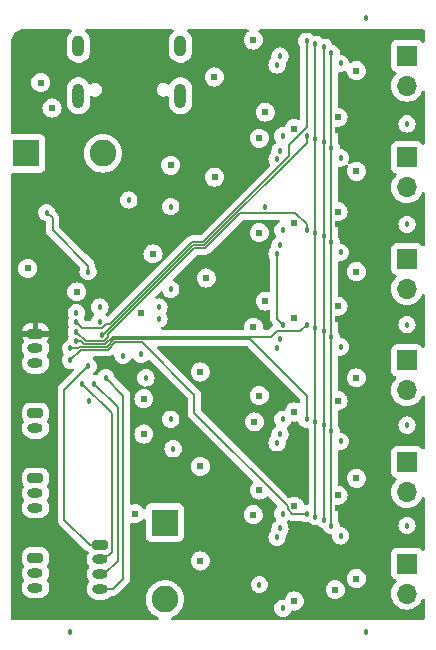
<source format=gbr>
%TF.GenerationSoftware,KiCad,Pcbnew,8.0.8*%
%TF.CreationDate,2025-02-02T15:52:31-05:00*%
%TF.ProjectId,CAN Board,43414e20-426f-4617-9264-2e6b69636164,rev?*%
%TF.SameCoordinates,Original*%
%TF.FileFunction,Copper,L2,Inr*%
%TF.FilePolarity,Positive*%
%FSLAX46Y46*%
G04 Gerber Fmt 4.6, Leading zero omitted, Abs format (unit mm)*
G04 Created by KiCad (PCBNEW 8.0.8) date 2025-02-02 15:52:31*
%MOMM*%
%LPD*%
G01*
G04 APERTURE LIST*
G04 Aperture macros list*
%AMRoundRect*
0 Rectangle with rounded corners*
0 $1 Rounding radius*
0 $2 $3 $4 $5 $6 $7 $8 $9 X,Y pos of 4 corners*
0 Add a 4 corners polygon primitive as box body*
4,1,4,$2,$3,$4,$5,$6,$7,$8,$9,$2,$3,0*
0 Add four circle primitives for the rounded corners*
1,1,$1+$1,$2,$3*
1,1,$1+$1,$4,$5*
1,1,$1+$1,$6,$7*
1,1,$1+$1,$8,$9*
0 Add four rect primitives between the rounded corners*
20,1,$1+$1,$2,$3,$4,$5,0*
20,1,$1+$1,$4,$5,$6,$7,0*
20,1,$1+$1,$6,$7,$8,$9,0*
20,1,$1+$1,$8,$9,$2,$3,0*%
G04 Aperture macros list end*
%TA.AperFunction,ComponentPad*%
%ADD10O,1.000000X2.100000*%
%TD*%
%TA.AperFunction,ComponentPad*%
%ADD11O,1.000000X1.800000*%
%TD*%
%TA.AperFunction,ComponentPad*%
%ADD12RoundRect,0.200000X-0.450000X0.200000X-0.450000X-0.200000X0.450000X-0.200000X0.450000X0.200000X0*%
%TD*%
%TA.AperFunction,ComponentPad*%
%ADD13O,1.300000X0.800000*%
%TD*%
%TA.AperFunction,ComponentPad*%
%ADD14R,1.700000X1.700000*%
%TD*%
%TA.AperFunction,ComponentPad*%
%ADD15O,1.700000X1.700000*%
%TD*%
%TA.AperFunction,ComponentPad*%
%ADD16R,2.250000X2.250000*%
%TD*%
%TA.AperFunction,ComponentPad*%
%ADD17C,2.250000*%
%TD*%
%TA.AperFunction,ViaPad*%
%ADD18C,0.457200*%
%TD*%
%TA.AperFunction,ViaPad*%
%ADD19C,0.610000*%
%TD*%
%TA.AperFunction,Conductor*%
%ADD20C,0.152400*%
%TD*%
G04 APERTURE END LIST*
D10*
%TO.N,GND*%
%TO.C,J3*%
X41320000Y-17605000D03*
D11*
X41320000Y-13425000D03*
D10*
X32680000Y-17605000D03*
D11*
X32680000Y-13425000D03*
%TD*%
D12*
%TO.N,SPI1 TX*%
%TO.C,J2*%
X34550000Y-55625000D03*
D13*
%TO.N,SPI1 RX*%
X34550000Y-56875000D03*
%TO.N,SPI1 CSn*%
X34550000Y-58125000D03*
%TO.N,SPI1 SCK*%
X34550000Y-59375000D03*
%TD*%
D14*
%TO.N,CAN5H*%
%TO.C,J8*%
X60500000Y-48625000D03*
D15*
%TO.N,CAN5L*%
X60500000Y-51165000D03*
%TD*%
D16*
%TO.N,Net-(R5-Pad2)*%
%TO.C,SW2*%
X28250000Y-22500000D03*
D17*
%TO.N,GND*%
X34750000Y-22500000D03*
%TD*%
D14*
%TO.N,CAN4H*%
%TO.C,J7*%
X60500000Y-40025000D03*
D15*
%TO.N,CAN4L*%
X60500000Y-42565000D03*
%TD*%
D12*
%TO.N,TX0*%
%TO.C,J10*%
X29050000Y-44500000D03*
D13*
%TO.N,RX0*%
X29050000Y-45750000D03*
%TD*%
D12*
%TO.N,GPIO 15*%
%TO.C,J1*%
X29050000Y-56750000D03*
D13*
%TO.N,ADC 0*%
X29050000Y-58000000D03*
%TO.N,ADC 1*%
X29050000Y-59250000D03*
%TD*%
D14*
%TO.N,CAN3H*%
%TO.C,J6*%
X60500000Y-31425000D03*
D15*
%TO.N,CAN3L*%
X60500000Y-33965000D03*
%TD*%
D14*
%TO.N,CAN6H*%
%TO.C,J9*%
X60500000Y-57225000D03*
D15*
%TO.N,CAN6L*%
X60500000Y-59765000D03*
%TD*%
D12*
%TO.N,+5V*%
%TO.C,J12*%
X29050000Y-37750000D03*
D13*
%TO.N,+3V3*%
X29050000Y-39000000D03*
%TO.N,GND*%
X29050000Y-40250000D03*
%TD*%
D14*
%TO.N,CAN2H*%
%TO.C,J5*%
X60500000Y-22825000D03*
D15*
%TO.N,CAN2L*%
X60500000Y-25365000D03*
%TD*%
D14*
%TO.N,CAN1H*%
%TO.C,J4*%
X60500000Y-14225000D03*
D15*
%TO.N,CAN1L*%
X60500000Y-16765000D03*
%TD*%
D12*
%TO.N,SWCLK*%
%TO.C,J11*%
X29050000Y-50000000D03*
D13*
%TO.N,GND*%
X29050000Y-51250000D03*
%TO.N,SWD*%
X29050000Y-52500000D03*
%TD*%
D16*
%TO.N,RUN*%
%TO.C,SW1*%
X40000000Y-53750000D03*
D17*
%TO.N,GND*%
X40000000Y-60250000D03*
%TD*%
D18*
%TO.N,GND*%
X60500000Y-20000000D03*
X60500000Y-28500000D03*
X60500000Y-37000000D03*
X60500000Y-45500000D03*
X60500000Y-54000000D03*
X32000000Y-63000000D03*
X57000000Y-63000000D03*
X57000000Y-11000000D03*
D19*
X50969058Y-52387858D03*
X50969058Y-44387858D03*
D18*
X40500000Y-27000000D03*
D19*
X48000000Y-43000000D03*
X43500000Y-33045200D03*
X56225000Y-32500000D03*
X56225000Y-50000000D03*
X43000000Y-49000000D03*
X43000000Y-41000000D03*
X56225000Y-24000000D03*
D18*
X33542800Y-43500000D03*
D19*
X48000000Y-51000000D03*
X50969058Y-28387858D03*
X48500000Y-19000000D03*
X43000000Y-57000000D03*
X50928458Y-36418800D03*
D18*
X48500000Y-27000000D03*
D19*
X38000000Y-36000000D03*
X56225000Y-15500000D03*
X56225000Y-41500000D03*
D18*
X40500000Y-45000000D03*
D19*
X29500000Y-16500000D03*
X50969058Y-20387858D03*
X28400000Y-32229559D03*
X56225000Y-58500000D03*
D18*
X48000000Y-59000000D03*
X40704600Y-47500000D03*
D19*
X50969058Y-60387858D03*
X37500000Y-53000000D03*
X44210100Y-24500000D03*
X48500000Y-35000000D03*
X44197600Y-16027400D03*
%TO.N,+1V1*%
X39000000Y-31000000D03*
X38225000Y-43261282D03*
%TO.N,+3V3*%
X47500000Y-12890600D03*
X32543692Y-34218800D03*
X54655500Y-35425700D03*
X40500000Y-23500000D03*
X47500000Y-53081200D03*
X48000000Y-29215200D03*
X54655500Y-51425700D03*
X47590500Y-45228500D03*
X54655500Y-43425700D03*
D18*
X36943750Y-26443750D03*
D19*
X47500000Y-37215200D03*
X54655500Y-19425700D03*
X38225000Y-46258021D03*
X30450000Y-18651863D03*
X48000000Y-21215200D03*
X54655500Y-27425700D03*
D18*
X40500000Y-34000000D03*
D19*
X54425700Y-59425700D03*
%TO.N,+5V*%
X42500000Y-21000000D03*
X55000000Y-44500000D03*
X54655500Y-20500000D03*
X54655500Y-52500000D03*
X35000000Y-20000000D03*
X28725000Y-14342515D03*
X42776400Y-29000000D03*
X54655500Y-28500000D03*
X44000000Y-61000000D03*
X39400000Y-19400000D03*
X54655500Y-36500000D03*
X53000000Y-60500000D03*
X44101860Y-52423800D03*
X43953060Y-44275000D03*
X44500000Y-36500000D03*
D18*
%TO.N,SWCLK*%
X38000000Y-39500000D03*
%TO.N,SWD*%
X38400000Y-41500000D03*
%TO.N,/QSPI_SS*%
X30000000Y-27500000D03*
X33500000Y-32500000D03*
%TO.N,SPI0 RX*%
X52750000Y-53250000D03*
X52750000Y-13250000D03*
X52750000Y-45250000D03*
X52750000Y-29250000D03*
X34500000Y-36750000D03*
X52750000Y-21250000D03*
X52750000Y-37250000D03*
%TO.N,SPI0 6CS*%
X32000000Y-40000000D03*
X52000000Y-53000000D03*
%TO.N,SPI0 2CS*%
X52000000Y-21000000D03*
X34647693Y-37852307D03*
%TO.N,SPI0 SCK*%
X54074300Y-22000000D03*
X54074300Y-30000000D03*
X54074300Y-46000000D03*
X54074300Y-14000000D03*
X54074300Y-38000000D03*
X34500000Y-35500000D03*
X54074300Y-54000000D03*
%TO.N,SPI0 TX*%
X53500000Y-37500000D03*
X53500000Y-45500000D03*
X53500000Y-29500000D03*
X53500000Y-13500000D03*
X53500000Y-21500000D03*
X32500000Y-36000000D03*
X53500000Y-53500000D03*
%TO.N,SPI0 4CS*%
X52000000Y-37000000D03*
X32500000Y-38400001D03*
%TO.N,SPI0 1CS*%
X52000000Y-13000000D03*
X32500000Y-36799999D03*
%TO.N,SPI0 5CS*%
X52000000Y-45000000D03*
X32000000Y-39000000D03*
%TO.N,SPI0 3CS*%
X52000000Y-29000000D03*
X32501956Y-37600000D03*
%TO.N,Net-(U4-TXCAN)*%
X49750000Y-14250000D03*
X54875000Y-14875000D03*
%TO.N,Net-(U4-RXCAN)*%
X49500000Y-15000000D03*
X50000000Y-21000000D03*
%TO.N,Net-(U5-TXCAN)*%
X54875000Y-22875000D03*
X49750000Y-22250000D03*
%TO.N,Net-(U5-RXCAN)*%
X50000000Y-29000000D03*
X49500000Y-23000000D03*
%TO.N,Net-(U6-RXCAN)*%
X49500000Y-31000000D03*
X50000000Y-37000000D03*
%TO.N,Net-(U6-TXCAN)*%
X49750000Y-30250000D03*
X54875000Y-30875000D03*
%TO.N,Net-(U7-RXCAN)*%
X49500000Y-39000000D03*
X50000000Y-45000000D03*
%TO.N,ADC 1*%
X39500000Y-35500000D03*
%TO.N,Net-(U7-TXCAN)*%
X54875000Y-38875000D03*
X49750000Y-38250000D03*
%TO.N,SPI1 TX*%
X33500000Y-40500000D03*
%TO.N,Net-(U8-RXCAN)*%
X49500000Y-47000000D03*
X50000000Y-53000000D03*
%TO.N,Net-(U8-TXCAN)*%
X54875000Y-46875000D03*
X49750000Y-46250000D03*
%TO.N,Net-(U9-RXCAN)*%
X50000000Y-61000000D03*
X49500000Y-55000000D03*
%TO.N,Net-(U9-TXCAN)*%
X49750000Y-54250000D03*
X54875000Y-54875000D03*
%TO.N,SPI1 SCK*%
X35000000Y-41500000D03*
%TO.N,SPI1 RX*%
X33000000Y-42000000D03*
%TO.N,SPI1 CSn*%
X34000000Y-42000000D03*
%TO.N,ADC 0*%
X39500000Y-36500000D03*
%TO.N,GPIO 15*%
X36465692Y-39619152D03*
%TD*%
D20*
%TO.N,/QSPI_SS*%
X33500000Y-32000000D02*
X33500000Y-32500000D01*
X30500000Y-29000000D02*
X33500000Y-32000000D01*
X30000000Y-27500000D02*
X30500000Y-28000000D01*
X30500000Y-28000000D02*
X30500000Y-29000000D01*
%TO.N,SPI0 RX*%
X52750000Y-21250000D02*
X52750000Y-53250000D01*
X52750000Y-13250000D02*
X52750000Y-21250000D01*
%TO.N,SPI0 6CS*%
X50387858Y-52628599D02*
X50759259Y-53000000D01*
X50387858Y-52387858D02*
X50387858Y-52628599D01*
X42500000Y-44500000D02*
X50387858Y-52387858D01*
X32000000Y-40000000D02*
X32890593Y-39109407D01*
X50759259Y-53000000D02*
X52000000Y-53000000D01*
X35777809Y-38500000D02*
X38046059Y-38500000D01*
X42500000Y-42953941D02*
X42500000Y-44500000D01*
X38046059Y-38500000D02*
X42500000Y-42953941D01*
X35168402Y-39109407D02*
X35777809Y-38500000D01*
X32890593Y-39109407D02*
X35168402Y-39109407D01*
%TO.N,SPI0 2CS*%
X34806443Y-37852307D02*
X34647693Y-37852307D01*
X52000000Y-21595309D02*
X43336609Y-30258700D01*
X43336609Y-30258700D02*
X42400050Y-30258700D01*
X52000000Y-21000000D02*
X52000000Y-21595309D01*
X42400050Y-30258700D02*
X34806443Y-37852307D01*
%TO.N,SPI0 SCK*%
X54074300Y-46000000D02*
X54074300Y-54000000D01*
X54074300Y-30000000D02*
X54074300Y-38000000D01*
X54074300Y-22000000D02*
X54074300Y-14000000D01*
X54074300Y-22000000D02*
X54074300Y-30000000D01*
X54074300Y-38000000D02*
X54074300Y-46000000D01*
%TO.N,SPI0 TX*%
X53500000Y-21500000D02*
X53500000Y-53500000D01*
X53500000Y-13500000D02*
X53500000Y-21500000D01*
%TO.N,SPI0 4CS*%
X34968502Y-38626807D02*
X35595309Y-38000000D01*
X32500000Y-38400001D02*
X32900001Y-38400001D01*
X49466355Y-37533200D02*
X51466800Y-37533200D01*
X35595309Y-38000000D02*
X48999555Y-38000000D01*
X33126807Y-38626807D02*
X34968502Y-38626807D01*
X51466800Y-37533200D02*
X52000000Y-37000000D01*
X48999555Y-38000000D02*
X49466355Y-37533200D01*
X32900001Y-38400001D02*
X33126807Y-38626807D01*
%TO.N,SPI0 1CS*%
X35346641Y-36970859D02*
X35033200Y-36970859D01*
X50500000Y-22754059D02*
X43254059Y-30000000D01*
X43254059Y-30000000D02*
X42317500Y-30000000D01*
X34720859Y-37283200D02*
X32983201Y-37283200D01*
X35033200Y-36970859D02*
X34720859Y-37283200D01*
X32983201Y-37283200D02*
X32500000Y-36799999D01*
X52000000Y-13000000D02*
X52000000Y-20245941D01*
X50500000Y-21745941D02*
X50500000Y-22754059D01*
X52000000Y-20245941D02*
X50500000Y-21745941D01*
X42317500Y-30000000D02*
X35346641Y-36970859D01*
%TO.N,SPI0 5CS*%
X32654060Y-39000000D02*
X32785953Y-38868107D01*
X35068452Y-38868107D02*
X35695259Y-38241300D01*
X32785953Y-38868107D02*
X35068452Y-38868107D01*
X47241300Y-38241300D02*
X52000000Y-43000000D01*
X35695259Y-38241300D02*
X47241300Y-38241300D01*
X32000000Y-39000000D02*
X32654060Y-39000000D01*
X52000000Y-43000000D02*
X52000000Y-45000000D01*
%TO.N,SPI0 3CS*%
X46403359Y-27533200D02*
X51033200Y-27533200D01*
X35180893Y-38073166D02*
X35180893Y-37819107D01*
X35180893Y-37819107D02*
X42500000Y-30500000D01*
X33287463Y-38385507D02*
X34868552Y-38385507D01*
X34868552Y-38385507D02*
X35180893Y-38073166D01*
X32501956Y-37600000D02*
X33287463Y-38385507D01*
X51033200Y-27533200D02*
X52000000Y-28500000D01*
X42500000Y-30500000D02*
X43436559Y-30500000D01*
X52000000Y-28500000D02*
X52000000Y-29000000D01*
X43436559Y-30500000D02*
X46403359Y-27533200D01*
%TO.N,Net-(U6-RXCAN)*%
X49500000Y-36500000D02*
X50000000Y-37000000D01*
X49500000Y-31000000D02*
X49500000Y-36500000D01*
%TO.N,SPI1 TX*%
X31500000Y-42500000D02*
X31500000Y-53500000D01*
X31500000Y-53500000D02*
X33625000Y-55625000D01*
X33625000Y-55625000D02*
X34550000Y-55625000D01*
X33500000Y-40500000D02*
X31500000Y-42500000D01*
%TO.N,SPI1 SCK*%
X35000000Y-41500000D02*
X36500000Y-43000000D01*
X35625000Y-59375000D02*
X34550000Y-59375000D01*
X36500000Y-58500000D02*
X35625000Y-59375000D01*
X36500000Y-43000000D02*
X36500000Y-58500000D01*
%TO.N,SPI1 RX*%
X33000000Y-42000000D02*
X35500000Y-44500000D01*
X35500000Y-56227400D02*
X34852400Y-56875000D01*
X35500000Y-44500000D02*
X35500000Y-56227400D01*
X34852400Y-56875000D02*
X34550000Y-56875000D01*
X34352400Y-56875000D02*
X34050000Y-56875000D01*
%TO.N,SPI1 CSn*%
X34000000Y-42000000D02*
X36000000Y-44000000D01*
X34875000Y-58125000D02*
X34550000Y-58125000D01*
X36000000Y-57000000D02*
X34875000Y-58125000D01*
X36000000Y-44000000D02*
X36000000Y-57000000D01*
%TD*%
%TA.AperFunction,Conductor*%
%TO.N,+5V*%
G36*
X47018100Y-38837685D02*
G01*
X47038742Y-38854319D01*
X51386981Y-43202558D01*
X51420466Y-43263881D01*
X51423300Y-43290239D01*
X51423300Y-43518652D01*
X51403615Y-43585691D01*
X51350811Y-43631446D01*
X51281653Y-43641390D01*
X51258345Y-43635694D01*
X51149432Y-43597583D01*
X51149427Y-43597582D01*
X50969062Y-43577261D01*
X50969054Y-43577261D01*
X50788688Y-43597582D01*
X50788683Y-43597583D01*
X50617351Y-43657535D01*
X50463659Y-43754107D01*
X50335307Y-43882459D01*
X50238735Y-44036151D01*
X50184867Y-44190099D01*
X50144145Y-44246875D01*
X50079192Y-44272622D01*
X50053942Y-44272364D01*
X50000004Y-44266287D01*
X49999996Y-44266287D01*
X49836738Y-44284681D01*
X49836734Y-44284682D01*
X49681652Y-44338947D01*
X49542536Y-44426360D01*
X49426360Y-44542536D01*
X49338947Y-44681652D01*
X49284682Y-44836734D01*
X49284681Y-44836738D01*
X49266287Y-44999996D01*
X49266287Y-45000003D01*
X49284681Y-45163261D01*
X49284682Y-45163265D01*
X49338947Y-45318347D01*
X49421118Y-45449120D01*
X49440118Y-45516356D01*
X49419750Y-45583192D01*
X49382096Y-45620085D01*
X49292542Y-45676355D01*
X49292536Y-45676360D01*
X49176360Y-45792536D01*
X49088947Y-45931652D01*
X49034682Y-46086734D01*
X49034681Y-46086738D01*
X49016287Y-46249996D01*
X49016287Y-46250003D01*
X49030117Y-46372752D01*
X49018062Y-46441574D01*
X48994579Y-46474315D01*
X48926363Y-46542532D01*
X48926362Y-46542533D01*
X48838947Y-46681652D01*
X48784682Y-46836734D01*
X48784681Y-46836738D01*
X48766287Y-46999996D01*
X48766287Y-47000003D01*
X48784681Y-47163261D01*
X48784682Y-47163265D01*
X48838947Y-47318347D01*
X48920816Y-47448640D01*
X48926360Y-47457463D01*
X49042537Y-47573640D01*
X49099506Y-47609436D01*
X49172324Y-47655191D01*
X49181654Y-47661053D01*
X49336733Y-47715317D01*
X49336734Y-47715317D01*
X49336738Y-47715318D01*
X49499996Y-47733713D01*
X49500000Y-47733713D01*
X49500004Y-47733713D01*
X49663261Y-47715318D01*
X49663263Y-47715317D01*
X49663267Y-47715317D01*
X49818346Y-47661053D01*
X49957463Y-47573640D01*
X50073640Y-47457463D01*
X50161053Y-47318346D01*
X50215317Y-47163267D01*
X50225982Y-47068618D01*
X50233713Y-47000003D01*
X50233713Y-46999997D01*
X50219882Y-46877246D01*
X50231936Y-46808424D01*
X50255417Y-46775684D01*
X50323640Y-46707463D01*
X50411053Y-46568346D01*
X50465317Y-46413267D01*
X50475371Y-46324035D01*
X50483713Y-46250003D01*
X50483713Y-46249996D01*
X50465318Y-46086738D01*
X50465317Y-46086734D01*
X50460735Y-46073640D01*
X50411053Y-45931654D01*
X50411052Y-45931652D01*
X50411049Y-45931646D01*
X50328882Y-45800879D01*
X50309881Y-45733643D01*
X50330248Y-45666808D01*
X50367902Y-45629914D01*
X50457463Y-45573640D01*
X50573640Y-45457463D01*
X50661053Y-45318346D01*
X50680435Y-45262953D01*
X50721156Y-45206177D01*
X50786108Y-45180429D01*
X50811359Y-45180686D01*
X50850465Y-45185093D01*
X50969055Y-45198455D01*
X50969058Y-45198455D01*
X50969062Y-45198455D01*
X51149424Y-45178133D01*
X51149423Y-45178133D01*
X51149433Y-45178132D01*
X51157518Y-45175302D01*
X51227294Y-45171737D01*
X51287923Y-45206463D01*
X51315518Y-45251388D01*
X51338947Y-45318347D01*
X51395830Y-45408875D01*
X51426360Y-45457463D01*
X51542537Y-45573640D01*
X51681654Y-45661053D01*
X51836733Y-45715317D01*
X51836734Y-45715317D01*
X51836738Y-45715318D01*
X51999996Y-45733713D01*
X51999999Y-45733713D01*
X51999999Y-45733712D01*
X52000000Y-45733713D01*
X52035416Y-45729722D01*
X52104236Y-45741775D01*
X52155616Y-45789123D01*
X52173300Y-45852942D01*
X52173300Y-52147057D01*
X52153615Y-52214096D01*
X52100811Y-52259851D01*
X52035417Y-52270277D01*
X52000004Y-52266287D01*
X51999996Y-52266287D01*
X51886521Y-52279072D01*
X51817699Y-52267017D01*
X51766320Y-52219668D01*
X51755596Y-52196806D01*
X51699381Y-52036153D01*
X51602808Y-51882459D01*
X51474456Y-51754107D01*
X51320764Y-51657535D01*
X51149432Y-51597583D01*
X51149427Y-51597582D01*
X50969062Y-51577261D01*
X50969054Y-51577261D01*
X50788688Y-51597582D01*
X50788675Y-51597585D01*
X50617353Y-51657534D01*
X50617348Y-51657536D01*
X50612488Y-51660590D01*
X50545249Y-51679582D01*
X50478416Y-51659208D01*
X50458847Y-51643270D01*
X44044073Y-45228496D01*
X46779903Y-45228496D01*
X46779903Y-45228503D01*
X46800224Y-45408869D01*
X46800225Y-45408874D01*
X46860177Y-45580206D01*
X46956749Y-45733898D01*
X47085101Y-45862250D01*
X47236630Y-45957463D01*
X47238795Y-45958823D01*
X47392669Y-46012666D01*
X47410125Y-46018774D01*
X47410130Y-46018775D01*
X47590496Y-46039097D01*
X47590500Y-46039097D01*
X47590504Y-46039097D01*
X47770869Y-46018775D01*
X47770872Y-46018774D01*
X47770875Y-46018774D01*
X47942205Y-45958823D01*
X48095899Y-45862250D01*
X48224250Y-45733899D01*
X48320823Y-45580205D01*
X48380774Y-45408875D01*
X48388902Y-45336738D01*
X48401097Y-45228503D01*
X48401097Y-45228496D01*
X48380775Y-45048130D01*
X48380774Y-45048125D01*
X48360297Y-44989606D01*
X48320823Y-44876795D01*
X48306561Y-44854098D01*
X48224250Y-44723101D01*
X48095898Y-44594749D01*
X47942206Y-44498177D01*
X47770874Y-44438225D01*
X47770869Y-44438224D01*
X47590504Y-44417903D01*
X47590496Y-44417903D01*
X47410130Y-44438224D01*
X47410125Y-44438225D01*
X47238793Y-44498177D01*
X47085101Y-44594749D01*
X46956749Y-44723101D01*
X46860177Y-44876793D01*
X46800225Y-45048125D01*
X46800224Y-45048130D01*
X46779903Y-45228496D01*
X44044073Y-45228496D01*
X43113019Y-44297442D01*
X43079534Y-44236119D01*
X43076700Y-44209761D01*
X43076700Y-42999996D01*
X47189403Y-42999996D01*
X47189403Y-43000003D01*
X47209724Y-43180369D01*
X47209725Y-43180374D01*
X47269677Y-43351706D01*
X47366249Y-43505398D01*
X47494601Y-43633750D01*
X47541573Y-43663265D01*
X47648295Y-43730323D01*
X47819625Y-43790274D01*
X47819630Y-43790275D01*
X47999996Y-43810597D01*
X48000000Y-43810597D01*
X48000004Y-43810597D01*
X48180369Y-43790275D01*
X48180372Y-43790274D01*
X48180375Y-43790274D01*
X48351705Y-43730323D01*
X48505399Y-43633750D01*
X48633750Y-43505399D01*
X48730323Y-43351705D01*
X48790274Y-43180375D01*
X48804883Y-43050718D01*
X48810597Y-43000003D01*
X48810597Y-42999996D01*
X48790275Y-42819630D01*
X48790274Y-42819625D01*
X48779991Y-42790238D01*
X48730323Y-42648295D01*
X48661349Y-42538525D01*
X48633750Y-42494601D01*
X48505398Y-42366249D01*
X48351706Y-42269677D01*
X48180374Y-42209725D01*
X48180369Y-42209724D01*
X48000004Y-42189403D01*
X47999996Y-42189403D01*
X47819630Y-42209724D01*
X47819625Y-42209725D01*
X47648293Y-42269677D01*
X47494601Y-42366249D01*
X47366249Y-42494601D01*
X47269677Y-42648293D01*
X47209725Y-42819625D01*
X47209724Y-42819630D01*
X47189403Y-42999996D01*
X43076700Y-42999996D01*
X43076700Y-42878019D01*
X43076700Y-42878017D01*
X43037399Y-42731343D01*
X43028146Y-42715317D01*
X42961477Y-42599842D01*
X42961472Y-42599836D01*
X41361632Y-40999996D01*
X42189403Y-40999996D01*
X42189403Y-41000003D01*
X42209724Y-41180369D01*
X42209725Y-41180374D01*
X42269677Y-41351706D01*
X42366249Y-41505398D01*
X42494601Y-41633750D01*
X42541573Y-41663265D01*
X42648295Y-41730323D01*
X42819625Y-41790274D01*
X42819630Y-41790275D01*
X42999996Y-41810597D01*
X43000000Y-41810597D01*
X43000004Y-41810597D01*
X43180369Y-41790275D01*
X43180372Y-41790274D01*
X43180375Y-41790274D01*
X43351705Y-41730323D01*
X43505399Y-41633750D01*
X43633750Y-41505399D01*
X43730323Y-41351705D01*
X43790274Y-41180375D01*
X43793640Y-41150499D01*
X43810597Y-41000003D01*
X43810597Y-40999996D01*
X43790275Y-40819630D01*
X43790274Y-40819625D01*
X43778047Y-40784682D01*
X43730323Y-40648295D01*
X43633750Y-40494601D01*
X43505399Y-40366250D01*
X43505398Y-40366249D01*
X43351706Y-40269677D01*
X43180374Y-40209725D01*
X43180369Y-40209724D01*
X43000004Y-40189403D01*
X42999996Y-40189403D01*
X42819630Y-40209724D01*
X42819625Y-40209725D01*
X42648293Y-40269677D01*
X42494601Y-40366249D01*
X42366249Y-40494601D01*
X42269677Y-40648293D01*
X42209725Y-40819625D01*
X42209724Y-40819630D01*
X42189403Y-40999996D01*
X41361632Y-40999996D01*
X39391317Y-39029681D01*
X39357832Y-38968358D01*
X39362816Y-38898666D01*
X39404688Y-38842733D01*
X39470152Y-38818316D01*
X39478998Y-38818000D01*
X46951061Y-38818000D01*
X47018100Y-38837685D01*
G37*
%TD.AperFunction*%
%TA.AperFunction,Conductor*%
G36*
X49682805Y-28129585D02*
G01*
X49728560Y-28182389D01*
X49738504Y-28251547D01*
X49709479Y-28315103D01*
X49681738Y-28338894D01*
X49542536Y-28426360D01*
X49426360Y-28542536D01*
X49338947Y-28681652D01*
X49284682Y-28836734D01*
X49284681Y-28836738D01*
X49266287Y-28999996D01*
X49266287Y-29000003D01*
X49284681Y-29163261D01*
X49284682Y-29163265D01*
X49338947Y-29318347D01*
X49421118Y-29449120D01*
X49440118Y-29516356D01*
X49419750Y-29583192D01*
X49382096Y-29620085D01*
X49292542Y-29676355D01*
X49292536Y-29676360D01*
X49176360Y-29792536D01*
X49088947Y-29931652D01*
X49034682Y-30086734D01*
X49034681Y-30086738D01*
X49016287Y-30249996D01*
X49016287Y-30250003D01*
X49030117Y-30372752D01*
X49018062Y-30441574D01*
X48994579Y-30474315D01*
X48926363Y-30542532D01*
X48926362Y-30542533D01*
X48838947Y-30681652D01*
X48784682Y-30836734D01*
X48784681Y-30836738D01*
X48766287Y-30999996D01*
X48766287Y-31000003D01*
X48784681Y-31163261D01*
X48784682Y-31163265D01*
X48838947Y-31318347D01*
X48904294Y-31422345D01*
X48923300Y-31488317D01*
X48923300Y-34119967D01*
X48903615Y-34187006D01*
X48850811Y-34232761D01*
X48781653Y-34242705D01*
X48758345Y-34237008D01*
X48680382Y-34209727D01*
X48680369Y-34209724D01*
X48500004Y-34189403D01*
X48499996Y-34189403D01*
X48319630Y-34209724D01*
X48319625Y-34209725D01*
X48148293Y-34269677D01*
X47994601Y-34366249D01*
X47866249Y-34494601D01*
X47769677Y-34648293D01*
X47709725Y-34819625D01*
X47709724Y-34819630D01*
X47689403Y-34999996D01*
X47689403Y-35000003D01*
X47709724Y-35180369D01*
X47709725Y-35180374D01*
X47769677Y-35351706D01*
X47866249Y-35505398D01*
X47994601Y-35633750D01*
X48041573Y-35663265D01*
X48148295Y-35730323D01*
X48304693Y-35785049D01*
X48319625Y-35790274D01*
X48319630Y-35790275D01*
X48499996Y-35810597D01*
X48500000Y-35810597D01*
X48500004Y-35810597D01*
X48680369Y-35790275D01*
X48680372Y-35790274D01*
X48680375Y-35790274D01*
X48680376Y-35790273D01*
X48680379Y-35790273D01*
X48717152Y-35777405D01*
X48758345Y-35762990D01*
X48828123Y-35759428D01*
X48888751Y-35794157D01*
X48920978Y-35856150D01*
X48923300Y-35880032D01*
X48923300Y-36424076D01*
X48923300Y-36575924D01*
X48959172Y-36709801D01*
X48962602Y-36722600D01*
X48962602Y-36722601D01*
X49038522Y-36854098D01*
X49038527Y-36854104D01*
X49096519Y-36912096D01*
X49130004Y-36973419D01*
X49125020Y-37043111D01*
X49096519Y-37087458D01*
X48796997Y-37386981D01*
X48735674Y-37420466D01*
X48709316Y-37423300D01*
X48425906Y-37423300D01*
X48358867Y-37403615D01*
X48313112Y-37350811D01*
X48302686Y-37285417D01*
X48310597Y-37215203D01*
X48310597Y-37215196D01*
X48290275Y-37034830D01*
X48290274Y-37034825D01*
X48230322Y-36863493D01*
X48133750Y-36709801D01*
X48005398Y-36581449D01*
X47851706Y-36484877D01*
X47680374Y-36424925D01*
X47680369Y-36424924D01*
X47500004Y-36404603D01*
X47499996Y-36404603D01*
X47319630Y-36424924D01*
X47319625Y-36424925D01*
X47148293Y-36484877D01*
X46994601Y-36581449D01*
X46866249Y-36709801D01*
X46769677Y-36863493D01*
X46709725Y-37034825D01*
X46709724Y-37034830D01*
X46689403Y-37215196D01*
X46689403Y-37215203D01*
X46697314Y-37285417D01*
X46685259Y-37354239D01*
X46637910Y-37405618D01*
X46574094Y-37423300D01*
X39798699Y-37423300D01*
X39731660Y-37403615D01*
X39685905Y-37350811D01*
X39675961Y-37281653D01*
X39704986Y-37218097D01*
X39757745Y-37182258D01*
X39818346Y-37161053D01*
X39957463Y-37073640D01*
X40073640Y-36957463D01*
X40161053Y-36818346D01*
X40215317Y-36663267D01*
X40215318Y-36663261D01*
X40233713Y-36500003D01*
X40233713Y-36499996D01*
X40215318Y-36336738D01*
X40215317Y-36336734D01*
X40214369Y-36334026D01*
X40161053Y-36181654D01*
X40160249Y-36180375D01*
X40088365Y-36065972D01*
X40069365Y-35998736D01*
X40088365Y-35934028D01*
X40161053Y-35818346D01*
X40215317Y-35663267D01*
X40218643Y-35633750D01*
X40233713Y-35500003D01*
X40233713Y-35499996D01*
X40215318Y-35336738D01*
X40215317Y-35336734D01*
X40209692Y-35320659D01*
X40161053Y-35181654D01*
X40160249Y-35180375D01*
X40073639Y-35042536D01*
X39957463Y-34926360D01*
X39818347Y-34838947D01*
X39663265Y-34784682D01*
X39663261Y-34784681D01*
X39500004Y-34766287D01*
X39499996Y-34766287D01*
X39344200Y-34783840D01*
X39275378Y-34771785D01*
X39223999Y-34724436D01*
X39206375Y-34656825D01*
X39228102Y-34590420D01*
X39242631Y-34572944D01*
X39610827Y-34204748D01*
X39672148Y-34171265D01*
X39741840Y-34176249D01*
X39797773Y-34218121D01*
X39815547Y-34251476D01*
X39838945Y-34318342D01*
X39838946Y-34318346D01*
X39908259Y-34428655D01*
X39926360Y-34457463D01*
X40042537Y-34573640D01*
X40108525Y-34615103D01*
X40161349Y-34648295D01*
X40181654Y-34661053D01*
X40336733Y-34715317D01*
X40336734Y-34715317D01*
X40336738Y-34715318D01*
X40499996Y-34733713D01*
X40500000Y-34733713D01*
X40500004Y-34733713D01*
X40663261Y-34715318D01*
X40663263Y-34715317D01*
X40663267Y-34715317D01*
X40818346Y-34661053D01*
X40957463Y-34573640D01*
X41073640Y-34457463D01*
X41161053Y-34318346D01*
X41215317Y-34163267D01*
X41229383Y-34038430D01*
X41233713Y-34000003D01*
X41233713Y-33999996D01*
X41215318Y-33836738D01*
X41215317Y-33836734D01*
X41214876Y-33835475D01*
X41161053Y-33681654D01*
X41073640Y-33542537D01*
X40957463Y-33426360D01*
X40818346Y-33338946D01*
X40818342Y-33338945D01*
X40751476Y-33315547D01*
X40694700Y-33274825D01*
X40668953Y-33209872D01*
X40682410Y-33141311D01*
X40704747Y-33110829D01*
X40770380Y-33045196D01*
X42689403Y-33045196D01*
X42689403Y-33045203D01*
X42709724Y-33225569D01*
X42709725Y-33225574D01*
X42769677Y-33396906D01*
X42861184Y-33542537D01*
X42866250Y-33550599D01*
X42994601Y-33678950D01*
X43148295Y-33775523D01*
X43319625Y-33835474D01*
X43319630Y-33835475D01*
X43499996Y-33855797D01*
X43500000Y-33855797D01*
X43500004Y-33855797D01*
X43680369Y-33835475D01*
X43680372Y-33835474D01*
X43680375Y-33835474D01*
X43851705Y-33775523D01*
X44005399Y-33678950D01*
X44133750Y-33550599D01*
X44230323Y-33396905D01*
X44290274Y-33225575D01*
X44291430Y-33215317D01*
X44310597Y-33045203D01*
X44310597Y-33045196D01*
X44290275Y-32864830D01*
X44290274Y-32864825D01*
X44256327Y-32767810D01*
X44230323Y-32693495D01*
X44222078Y-32680374D01*
X44133750Y-32539801D01*
X44005398Y-32411449D01*
X43851706Y-32314877D01*
X43680374Y-32254925D01*
X43680369Y-32254924D01*
X43500004Y-32234603D01*
X43499996Y-32234603D01*
X43319630Y-32254924D01*
X43319625Y-32254925D01*
X43148293Y-32314877D01*
X42994601Y-32411449D01*
X42866249Y-32539801D01*
X42769677Y-32693493D01*
X42709725Y-32864825D01*
X42709724Y-32864830D01*
X42689403Y-33045196D01*
X40770380Y-33045196D01*
X42702558Y-31113019D01*
X42763881Y-31079534D01*
X42790239Y-31076700D01*
X43512481Y-31076700D01*
X43512483Y-31076700D01*
X43659157Y-31037399D01*
X43790661Y-30961475D01*
X45536940Y-29215196D01*
X47189403Y-29215196D01*
X47189403Y-29215203D01*
X47209724Y-29395569D01*
X47209725Y-29395574D01*
X47269677Y-29566906D01*
X47366249Y-29720598D01*
X47494601Y-29848950D01*
X47626222Y-29931654D01*
X47648295Y-29945523D01*
X47803970Y-29999996D01*
X47819625Y-30005474D01*
X47819630Y-30005475D01*
X47999996Y-30025797D01*
X48000000Y-30025797D01*
X48000004Y-30025797D01*
X48180369Y-30005475D01*
X48180372Y-30005474D01*
X48180375Y-30005474D01*
X48351705Y-29945523D01*
X48505399Y-29848950D01*
X48633750Y-29720599D01*
X48730323Y-29566905D01*
X48790274Y-29395575D01*
X48790275Y-29395569D01*
X48810597Y-29215203D01*
X48810597Y-29215196D01*
X48790275Y-29034830D01*
X48790274Y-29034825D01*
X48730322Y-28863493D01*
X48633750Y-28709801D01*
X48505398Y-28581449D01*
X48351706Y-28484877D01*
X48180374Y-28424925D01*
X48180369Y-28424924D01*
X48000004Y-28404603D01*
X47999996Y-28404603D01*
X47819630Y-28424924D01*
X47819625Y-28424925D01*
X47648293Y-28484877D01*
X47494601Y-28581449D01*
X47366249Y-28709801D01*
X47269677Y-28863493D01*
X47209725Y-29034825D01*
X47209724Y-29034830D01*
X47189403Y-29215196D01*
X45536940Y-29215196D01*
X46605917Y-28146219D01*
X46667240Y-28112734D01*
X46693598Y-28109900D01*
X49615766Y-28109900D01*
X49682805Y-28129585D01*
G37*
%TD.AperFunction*%
%TA.AperFunction,Conductor*%
G36*
X32071433Y-12019685D02*
G01*
X32117188Y-12072489D01*
X32127132Y-12141647D01*
X32098107Y-12205203D01*
X32073285Y-12227102D01*
X32042218Y-12247860D01*
X32042214Y-12247863D01*
X31902863Y-12387214D01*
X31902860Y-12387218D01*
X31793371Y-12551079D01*
X31793364Y-12551092D01*
X31717950Y-12733160D01*
X31717947Y-12733170D01*
X31679500Y-12926456D01*
X31679500Y-12926459D01*
X31679500Y-13923541D01*
X31679500Y-13923543D01*
X31679499Y-13923543D01*
X31717947Y-14116829D01*
X31717950Y-14116839D01*
X31793364Y-14298907D01*
X31793371Y-14298920D01*
X31902860Y-14462781D01*
X31902863Y-14462785D01*
X32042214Y-14602136D01*
X32042218Y-14602139D01*
X32206079Y-14711628D01*
X32206092Y-14711635D01*
X32388160Y-14787049D01*
X32388165Y-14787051D01*
X32388169Y-14787051D01*
X32388170Y-14787052D01*
X32581456Y-14825500D01*
X32581459Y-14825500D01*
X32778543Y-14825500D01*
X32908582Y-14799632D01*
X32971835Y-14787051D01*
X33153914Y-14711632D01*
X33317782Y-14602139D01*
X33457139Y-14462782D01*
X33566632Y-14298914D01*
X33642051Y-14116835D01*
X33665291Y-14000000D01*
X33680500Y-13923543D01*
X33680500Y-12926456D01*
X33642052Y-12733170D01*
X33642051Y-12733169D01*
X33642051Y-12733165D01*
X33618522Y-12676360D01*
X33566635Y-12551092D01*
X33566628Y-12551079D01*
X33457139Y-12387218D01*
X33457136Y-12387214D01*
X33317785Y-12247863D01*
X33317781Y-12247860D01*
X33286715Y-12227102D01*
X33241910Y-12173489D01*
X33233203Y-12104164D01*
X33263358Y-12041137D01*
X33322801Y-12004418D01*
X33355606Y-12000000D01*
X40644394Y-12000000D01*
X40711433Y-12019685D01*
X40757188Y-12072489D01*
X40767132Y-12141647D01*
X40738107Y-12205203D01*
X40713285Y-12227102D01*
X40682218Y-12247860D01*
X40682214Y-12247863D01*
X40542863Y-12387214D01*
X40542860Y-12387218D01*
X40433371Y-12551079D01*
X40433364Y-12551092D01*
X40357950Y-12733160D01*
X40357947Y-12733170D01*
X40319500Y-12926456D01*
X40319500Y-12926459D01*
X40319500Y-13923541D01*
X40319500Y-13923543D01*
X40319499Y-13923543D01*
X40357947Y-14116829D01*
X40357950Y-14116839D01*
X40433364Y-14298907D01*
X40433371Y-14298920D01*
X40542860Y-14462781D01*
X40542863Y-14462785D01*
X40682214Y-14602136D01*
X40682218Y-14602139D01*
X40846079Y-14711628D01*
X40846092Y-14711635D01*
X41028160Y-14787049D01*
X41028165Y-14787051D01*
X41028169Y-14787051D01*
X41028170Y-14787052D01*
X41221456Y-14825500D01*
X41221459Y-14825500D01*
X41418543Y-14825500D01*
X41548582Y-14799632D01*
X41611835Y-14787051D01*
X41793914Y-14711632D01*
X41957782Y-14602139D01*
X42097139Y-14462782D01*
X42206632Y-14298914D01*
X42282051Y-14116835D01*
X42305291Y-14000000D01*
X42320500Y-13923543D01*
X42320500Y-12926456D01*
X42282052Y-12733170D01*
X42282051Y-12733169D01*
X42282051Y-12733165D01*
X42258522Y-12676360D01*
X42206635Y-12551092D01*
X42206628Y-12551079D01*
X42097139Y-12387218D01*
X42097136Y-12387214D01*
X41957785Y-12247863D01*
X41957781Y-12247860D01*
X41926715Y-12227102D01*
X41881910Y-12173489D01*
X41873203Y-12104164D01*
X41903358Y-12041137D01*
X41962801Y-12004418D01*
X41995606Y-12000000D01*
X46972961Y-12000000D01*
X47040000Y-12019685D01*
X47085755Y-12072489D01*
X47095699Y-12141647D01*
X47066674Y-12205203D01*
X47038933Y-12228994D01*
X46994601Y-12256849D01*
X46866249Y-12385201D01*
X46769677Y-12538893D01*
X46709725Y-12710225D01*
X46709724Y-12710230D01*
X46689403Y-12890596D01*
X46689403Y-12890603D01*
X46709724Y-13070969D01*
X46709725Y-13070974D01*
X46769677Y-13242306D01*
X46866249Y-13395998D01*
X46866250Y-13395999D01*
X46994601Y-13524350D01*
X47148295Y-13620923D01*
X47306725Y-13676360D01*
X47319625Y-13680874D01*
X47319630Y-13680875D01*
X47499996Y-13701197D01*
X47500000Y-13701197D01*
X47500004Y-13701197D01*
X47680369Y-13680875D01*
X47680372Y-13680874D01*
X47680375Y-13680874D01*
X47851705Y-13620923D01*
X48005399Y-13524350D01*
X48133750Y-13395999D01*
X48230323Y-13242305D01*
X48290274Y-13070975D01*
X48293478Y-13042537D01*
X48310597Y-12890603D01*
X48310597Y-12890596D01*
X48290275Y-12710230D01*
X48290274Y-12710225D01*
X48230322Y-12538893D01*
X48133750Y-12385201D01*
X48005398Y-12256849D01*
X47961067Y-12228994D01*
X47914776Y-12176659D01*
X47904128Y-12107606D01*
X47932503Y-12043757D01*
X47990892Y-12005385D01*
X48027039Y-12000000D01*
X61876000Y-12000000D01*
X61943039Y-12019685D01*
X61988794Y-12072489D01*
X62000000Y-12124000D01*
X62000000Y-13035565D01*
X61980315Y-13102604D01*
X61927511Y-13148359D01*
X61858353Y-13158303D01*
X61794797Y-13129278D01*
X61776734Y-13109876D01*
X61707547Y-13017455D01*
X61707544Y-13017452D01*
X61592335Y-12931206D01*
X61592328Y-12931202D01*
X61457482Y-12880908D01*
X61457483Y-12880908D01*
X61397883Y-12874501D01*
X61397881Y-12874500D01*
X61397873Y-12874500D01*
X61397864Y-12874500D01*
X59602129Y-12874500D01*
X59602123Y-12874501D01*
X59542516Y-12880908D01*
X59407671Y-12931202D01*
X59407664Y-12931206D01*
X59292455Y-13017452D01*
X59292452Y-13017455D01*
X59206206Y-13132664D01*
X59206202Y-13132671D01*
X59155908Y-13267517D01*
X59149501Y-13327116D01*
X59149500Y-13327135D01*
X59149500Y-15122870D01*
X59149501Y-15122876D01*
X59155908Y-15182483D01*
X59206202Y-15317328D01*
X59206206Y-15317335D01*
X59292452Y-15432544D01*
X59292455Y-15432547D01*
X59407664Y-15518793D01*
X59407671Y-15518797D01*
X59539081Y-15567810D01*
X59595015Y-15609681D01*
X59619432Y-15675145D01*
X59604580Y-15743418D01*
X59583430Y-15771673D01*
X59461503Y-15893600D01*
X59325965Y-16087169D01*
X59325964Y-16087171D01*
X59226098Y-16301335D01*
X59226094Y-16301344D01*
X59164938Y-16529586D01*
X59164936Y-16529596D01*
X59144341Y-16764999D01*
X59144341Y-16765000D01*
X59164936Y-17000403D01*
X59164938Y-17000413D01*
X59226094Y-17228655D01*
X59226096Y-17228659D01*
X59226097Y-17228663D01*
X59325965Y-17442830D01*
X59325967Y-17442834D01*
X59414111Y-17568715D01*
X59461505Y-17636401D01*
X59628599Y-17803495D01*
X59682542Y-17841266D01*
X59822165Y-17939032D01*
X59822167Y-17939033D01*
X59822170Y-17939035D01*
X60036337Y-18038903D01*
X60264592Y-18100063D01*
X60452918Y-18116539D01*
X60499999Y-18120659D01*
X60500000Y-18120659D01*
X60500001Y-18120659D01*
X60539234Y-18117226D01*
X60735408Y-18100063D01*
X60963663Y-18038903D01*
X61177830Y-17939035D01*
X61371401Y-17803495D01*
X61538495Y-17636401D01*
X61674035Y-17442830D01*
X61763619Y-17250716D01*
X61809790Y-17198279D01*
X61876984Y-17179127D01*
X61943865Y-17199343D01*
X61989199Y-17252508D01*
X62000000Y-17303123D01*
X62000000Y-21635565D01*
X61980315Y-21702604D01*
X61927511Y-21748359D01*
X61858353Y-21758303D01*
X61794797Y-21729278D01*
X61776734Y-21709876D01*
X61707547Y-21617455D01*
X61707544Y-21617452D01*
X61592335Y-21531206D01*
X61592328Y-21531202D01*
X61457482Y-21480908D01*
X61457483Y-21480908D01*
X61397883Y-21474501D01*
X61397881Y-21474500D01*
X61397873Y-21474500D01*
X61397864Y-21474500D01*
X59602129Y-21474500D01*
X59602123Y-21474501D01*
X59542516Y-21480908D01*
X59407671Y-21531202D01*
X59407664Y-21531206D01*
X59292455Y-21617452D01*
X59292452Y-21617455D01*
X59206206Y-21732664D01*
X59206202Y-21732671D01*
X59155908Y-21867517D01*
X59149501Y-21927116D01*
X59149500Y-21927135D01*
X59149500Y-23722870D01*
X59149501Y-23722876D01*
X59155908Y-23782483D01*
X59206202Y-23917328D01*
X59206206Y-23917335D01*
X59292452Y-24032544D01*
X59292455Y-24032547D01*
X59407664Y-24118793D01*
X59407671Y-24118797D01*
X59539081Y-24167810D01*
X59595015Y-24209681D01*
X59619432Y-24275145D01*
X59604580Y-24343418D01*
X59583430Y-24371673D01*
X59461503Y-24493600D01*
X59325965Y-24687170D01*
X59226098Y-24901335D01*
X59226094Y-24901344D01*
X59164938Y-25129586D01*
X59164936Y-25129596D01*
X59144341Y-25364999D01*
X59144341Y-25365000D01*
X59164936Y-25600403D01*
X59164938Y-25600413D01*
X59226094Y-25828655D01*
X59226096Y-25828659D01*
X59226097Y-25828663D01*
X59325965Y-26042830D01*
X59325967Y-26042834D01*
X59383784Y-26125404D01*
X59461505Y-26236401D01*
X59628599Y-26403495D01*
X59725384Y-26471265D01*
X59822165Y-26539032D01*
X59822167Y-26539033D01*
X59822170Y-26539035D01*
X60036337Y-26638903D01*
X60264592Y-26700063D01*
X60452918Y-26716539D01*
X60499999Y-26720659D01*
X60500000Y-26720659D01*
X60500001Y-26720659D01*
X60539234Y-26717226D01*
X60735408Y-26700063D01*
X60963663Y-26638903D01*
X61177830Y-26539035D01*
X61371401Y-26403495D01*
X61538495Y-26236401D01*
X61674035Y-26042830D01*
X61763619Y-25850716D01*
X61809790Y-25798279D01*
X61876984Y-25779127D01*
X61943865Y-25799343D01*
X61989199Y-25852508D01*
X62000000Y-25903123D01*
X62000000Y-30235565D01*
X61980315Y-30302604D01*
X61927511Y-30348359D01*
X61858353Y-30358303D01*
X61794797Y-30329278D01*
X61776734Y-30309876D01*
X61707547Y-30217455D01*
X61707544Y-30217452D01*
X61592335Y-30131206D01*
X61592328Y-30131202D01*
X61457482Y-30080908D01*
X61457483Y-30080908D01*
X61397883Y-30074501D01*
X61397881Y-30074500D01*
X61397873Y-30074500D01*
X61397864Y-30074500D01*
X59602129Y-30074500D01*
X59602123Y-30074501D01*
X59542516Y-30080908D01*
X59407671Y-30131202D01*
X59407664Y-30131206D01*
X59292455Y-30217452D01*
X59292452Y-30217455D01*
X59206206Y-30332664D01*
X59206202Y-30332671D01*
X59155908Y-30467517D01*
X59149501Y-30527116D01*
X59149500Y-30527135D01*
X59149500Y-32322870D01*
X59149501Y-32322876D01*
X59155908Y-32382483D01*
X59206202Y-32517328D01*
X59206206Y-32517335D01*
X59292452Y-32632544D01*
X59292455Y-32632547D01*
X59407664Y-32718793D01*
X59407671Y-32718797D01*
X59539081Y-32767810D01*
X59595015Y-32809681D01*
X59619432Y-32875145D01*
X59604580Y-32943418D01*
X59583430Y-32971673D01*
X59461503Y-33093600D01*
X59325965Y-33287169D01*
X59325964Y-33287171D01*
X59226098Y-33501335D01*
X59226094Y-33501344D01*
X59164938Y-33729586D01*
X59164936Y-33729596D01*
X59144341Y-33964999D01*
X59144341Y-33965000D01*
X59164936Y-34200403D01*
X59164938Y-34200413D01*
X59226094Y-34428655D01*
X59226096Y-34428659D01*
X59226097Y-34428663D01*
X59261126Y-34503782D01*
X59325965Y-34642830D01*
X59325967Y-34642834D01*
X59416260Y-34771785D01*
X59461505Y-34836401D01*
X59628599Y-35003495D01*
X59684357Y-35042537D01*
X59822165Y-35139032D01*
X59822167Y-35139033D01*
X59822170Y-35139035D01*
X60036337Y-35238903D01*
X60036343Y-35238904D01*
X60036344Y-35238905D01*
X60060323Y-35245330D01*
X60264592Y-35300063D01*
X60452918Y-35316539D01*
X60499999Y-35320659D01*
X60500000Y-35320659D01*
X60500001Y-35320659D01*
X60539234Y-35317226D01*
X60735408Y-35300063D01*
X60963663Y-35238903D01*
X61177830Y-35139035D01*
X61371401Y-35003495D01*
X61538495Y-34836401D01*
X61674035Y-34642830D01*
X61763619Y-34450716D01*
X61809790Y-34398279D01*
X61876984Y-34379127D01*
X61943865Y-34399343D01*
X61989199Y-34452508D01*
X62000000Y-34503123D01*
X62000000Y-38835565D01*
X61980315Y-38902604D01*
X61927511Y-38948359D01*
X61858353Y-38958303D01*
X61794797Y-38929278D01*
X61776734Y-38909876D01*
X61707547Y-38817455D01*
X61707544Y-38817452D01*
X61592335Y-38731206D01*
X61592328Y-38731202D01*
X61457482Y-38680908D01*
X61457483Y-38680908D01*
X61397883Y-38674501D01*
X61397881Y-38674500D01*
X61397873Y-38674500D01*
X61397864Y-38674500D01*
X59602129Y-38674500D01*
X59602123Y-38674501D01*
X59542516Y-38680908D01*
X59407671Y-38731202D01*
X59407664Y-38731206D01*
X59292455Y-38817452D01*
X59292452Y-38817455D01*
X59206206Y-38932664D01*
X59206202Y-38932671D01*
X59155908Y-39067517D01*
X59149501Y-39127116D01*
X59149500Y-39127135D01*
X59149500Y-40922870D01*
X59149501Y-40922876D01*
X59155908Y-40982483D01*
X59206202Y-41117328D01*
X59206206Y-41117335D01*
X59292452Y-41232544D01*
X59292455Y-41232547D01*
X59407664Y-41318793D01*
X59407671Y-41318797D01*
X59539081Y-41367810D01*
X59595015Y-41409681D01*
X59619432Y-41475145D01*
X59604580Y-41543418D01*
X59583430Y-41571673D01*
X59461503Y-41693600D01*
X59325965Y-41887169D01*
X59325964Y-41887171D01*
X59226098Y-42101335D01*
X59226094Y-42101344D01*
X59164938Y-42329586D01*
X59164936Y-42329596D01*
X59144341Y-42564999D01*
X59144341Y-42565000D01*
X59164936Y-42800403D01*
X59164938Y-42800413D01*
X59226094Y-43028655D01*
X59226096Y-43028659D01*
X59226097Y-43028663D01*
X59285708Y-43156499D01*
X59325965Y-43242830D01*
X59325967Y-43242834D01*
X59391717Y-43336734D01*
X59461505Y-43436401D01*
X59628599Y-43603495D01*
X59671808Y-43633750D01*
X59822165Y-43739032D01*
X59822167Y-43739033D01*
X59822170Y-43739035D01*
X60036337Y-43838903D01*
X60264592Y-43900063D01*
X60452918Y-43916539D01*
X60499999Y-43920659D01*
X60500000Y-43920659D01*
X60500001Y-43920659D01*
X60539234Y-43917226D01*
X60735408Y-43900063D01*
X60963663Y-43838903D01*
X61177830Y-43739035D01*
X61371401Y-43603495D01*
X61538495Y-43436401D01*
X61674035Y-43242830D01*
X61763619Y-43050716D01*
X61809790Y-42998279D01*
X61876984Y-42979127D01*
X61943865Y-42999343D01*
X61989199Y-43052508D01*
X62000000Y-43103123D01*
X62000000Y-47435565D01*
X61980315Y-47502604D01*
X61927511Y-47548359D01*
X61858353Y-47558303D01*
X61794797Y-47529278D01*
X61776734Y-47509876D01*
X61707547Y-47417455D01*
X61707544Y-47417452D01*
X61592335Y-47331206D01*
X61592328Y-47331202D01*
X61457482Y-47280908D01*
X61457483Y-47280908D01*
X61397883Y-47274501D01*
X61397881Y-47274500D01*
X61397873Y-47274500D01*
X61397864Y-47274500D01*
X59602129Y-47274500D01*
X59602123Y-47274501D01*
X59542516Y-47280908D01*
X59407671Y-47331202D01*
X59407664Y-47331206D01*
X59292455Y-47417452D01*
X59292452Y-47417455D01*
X59206206Y-47532664D01*
X59206202Y-47532671D01*
X59155908Y-47667517D01*
X59149501Y-47727116D01*
X59149500Y-47727135D01*
X59149500Y-49522870D01*
X59149501Y-49522876D01*
X59155908Y-49582483D01*
X59206202Y-49717328D01*
X59206206Y-49717335D01*
X59292452Y-49832544D01*
X59292455Y-49832547D01*
X59407664Y-49918793D01*
X59407671Y-49918797D01*
X59539081Y-49967810D01*
X59595015Y-50009681D01*
X59619432Y-50075145D01*
X59604580Y-50143418D01*
X59583430Y-50171673D01*
X59461503Y-50293600D01*
X59325965Y-50487169D01*
X59325964Y-50487171D01*
X59226098Y-50701335D01*
X59226094Y-50701344D01*
X59164938Y-50929586D01*
X59164936Y-50929596D01*
X59144341Y-51164999D01*
X59144341Y-51165000D01*
X59164936Y-51400403D01*
X59164938Y-51400413D01*
X59226094Y-51628655D01*
X59226096Y-51628659D01*
X59226097Y-51628663D01*
X59317201Y-51824035D01*
X59325965Y-51842830D01*
X59325967Y-51842834D01*
X59434281Y-51997521D01*
X59461505Y-52036401D01*
X59628599Y-52203495D01*
X59724439Y-52270603D01*
X59822165Y-52339032D01*
X59822167Y-52339033D01*
X59822170Y-52339035D01*
X60036337Y-52438903D01*
X60264592Y-52500063D01*
X60433936Y-52514879D01*
X60499999Y-52520659D01*
X60500000Y-52520659D01*
X60500001Y-52520659D01*
X60566064Y-52514879D01*
X60735408Y-52500063D01*
X60963663Y-52438903D01*
X61177830Y-52339035D01*
X61371401Y-52203495D01*
X61538495Y-52036401D01*
X61674035Y-51842830D01*
X61763619Y-51650716D01*
X61809790Y-51598279D01*
X61876984Y-51579127D01*
X61943865Y-51599343D01*
X61989199Y-51652508D01*
X62000000Y-51703123D01*
X62000000Y-56035565D01*
X61980315Y-56102604D01*
X61927511Y-56148359D01*
X61858353Y-56158303D01*
X61794797Y-56129278D01*
X61776734Y-56109876D01*
X61707547Y-56017455D01*
X61707544Y-56017452D01*
X61592335Y-55931206D01*
X61592328Y-55931202D01*
X61457482Y-55880908D01*
X61457483Y-55880908D01*
X61397883Y-55874501D01*
X61397881Y-55874500D01*
X61397873Y-55874500D01*
X61397864Y-55874500D01*
X59602129Y-55874500D01*
X59602123Y-55874501D01*
X59542516Y-55880908D01*
X59407671Y-55931202D01*
X59407664Y-55931206D01*
X59292455Y-56017452D01*
X59292452Y-56017455D01*
X59206206Y-56132664D01*
X59206202Y-56132671D01*
X59155908Y-56267517D01*
X59149501Y-56327116D01*
X59149500Y-56327135D01*
X59149500Y-58122870D01*
X59149501Y-58122876D01*
X59155908Y-58182483D01*
X59206202Y-58317328D01*
X59206206Y-58317335D01*
X59292452Y-58432544D01*
X59292455Y-58432547D01*
X59407664Y-58518793D01*
X59407671Y-58518797D01*
X59539081Y-58567810D01*
X59595015Y-58609681D01*
X59619432Y-58675145D01*
X59604580Y-58743418D01*
X59583430Y-58771673D01*
X59461503Y-58893600D01*
X59325965Y-59087169D01*
X59325964Y-59087171D01*
X59226098Y-59301335D01*
X59226094Y-59301344D01*
X59164938Y-59529586D01*
X59164936Y-59529596D01*
X59144341Y-59764999D01*
X59144341Y-59765000D01*
X59164936Y-60000403D01*
X59164938Y-60000413D01*
X59226094Y-60228655D01*
X59226096Y-60228659D01*
X59226097Y-60228663D01*
X59318285Y-60426360D01*
X59325965Y-60442830D01*
X59325967Y-60442834D01*
X59413773Y-60568233D01*
X59461505Y-60636401D01*
X59628599Y-60803495D01*
X59676075Y-60836738D01*
X59822165Y-60939032D01*
X59822167Y-60939033D01*
X59822170Y-60939035D01*
X60036337Y-61038903D01*
X60264592Y-61100063D01*
X60452918Y-61116539D01*
X60499999Y-61120659D01*
X60500000Y-61120659D01*
X60500001Y-61120659D01*
X60539234Y-61117226D01*
X60735408Y-61100063D01*
X60963663Y-61038903D01*
X61177830Y-60939035D01*
X61371401Y-60803495D01*
X61538495Y-60636401D01*
X61674035Y-60442830D01*
X61763619Y-60250716D01*
X61809790Y-60198279D01*
X61876984Y-60179127D01*
X61943865Y-60199343D01*
X61989199Y-60252508D01*
X62000000Y-60303123D01*
X62000000Y-61876000D01*
X61980315Y-61943039D01*
X61927511Y-61988794D01*
X61876000Y-62000000D01*
X40646150Y-62000000D01*
X40579111Y-61980315D01*
X40533356Y-61927511D01*
X40523412Y-61858353D01*
X40552437Y-61794797D01*
X40598698Y-61761439D01*
X40740239Y-61702811D01*
X40740240Y-61702810D01*
X40740243Y-61702809D01*
X40958399Y-61569123D01*
X41152956Y-61402956D01*
X41319123Y-61208399D01*
X41446832Y-60999996D01*
X49266287Y-60999996D01*
X49266287Y-61000003D01*
X49284681Y-61163261D01*
X49284682Y-61163265D01*
X49338947Y-61318347D01*
X49392110Y-61402955D01*
X49426360Y-61457463D01*
X49542537Y-61573640D01*
X49681654Y-61661053D01*
X49836733Y-61715317D01*
X49836734Y-61715317D01*
X49836738Y-61715318D01*
X49999996Y-61733713D01*
X50000000Y-61733713D01*
X50000004Y-61733713D01*
X50163261Y-61715318D01*
X50163263Y-61715317D01*
X50163267Y-61715317D01*
X50318346Y-61661053D01*
X50457463Y-61573640D01*
X50573640Y-61457463D01*
X50661053Y-61318346D01*
X50680435Y-61262953D01*
X50721156Y-61206177D01*
X50786108Y-61180429D01*
X50811359Y-61180686D01*
X50859598Y-61186122D01*
X50969055Y-61198455D01*
X50969058Y-61198455D01*
X50969062Y-61198455D01*
X51149427Y-61178133D01*
X51149430Y-61178132D01*
X51149433Y-61178132D01*
X51320763Y-61118181D01*
X51474457Y-61021608D01*
X51602808Y-60893257D01*
X51699381Y-60739563D01*
X51759332Y-60568233D01*
X51759333Y-60568227D01*
X51779655Y-60387861D01*
X51779655Y-60387854D01*
X51759333Y-60207488D01*
X51759332Y-60207483D01*
X51727284Y-60115896D01*
X51699381Y-60036153D01*
X51644908Y-59949461D01*
X51602808Y-59882459D01*
X51474456Y-59754107D01*
X51320764Y-59657535D01*
X51149432Y-59597583D01*
X51149427Y-59597582D01*
X50969062Y-59577261D01*
X50969054Y-59577261D01*
X50788688Y-59597582D01*
X50788683Y-59597583D01*
X50617351Y-59657535D01*
X50463659Y-59754107D01*
X50335307Y-59882459D01*
X50238735Y-60036151D01*
X50184867Y-60190099D01*
X50144145Y-60246875D01*
X50079192Y-60272622D01*
X50053942Y-60272364D01*
X50000004Y-60266287D01*
X49999996Y-60266287D01*
X49836738Y-60284681D01*
X49836734Y-60284682D01*
X49681652Y-60338947D01*
X49542536Y-60426360D01*
X49426360Y-60542536D01*
X49338947Y-60681652D01*
X49284682Y-60836734D01*
X49284681Y-60836738D01*
X49266287Y-60999996D01*
X41446832Y-60999996D01*
X41452809Y-60990243D01*
X41474021Y-60939034D01*
X41530161Y-60803498D01*
X41550722Y-60753860D01*
X41610452Y-60505070D01*
X41630526Y-60250000D01*
X41610452Y-59994930D01*
X41550722Y-59746140D01*
X41515478Y-59661053D01*
X41452811Y-59509760D01*
X41452809Y-59509757D01*
X41330764Y-59310597D01*
X41319123Y-59291601D01*
X41319122Y-59291600D01*
X41319121Y-59291598D01*
X41259319Y-59221579D01*
X41152956Y-59097044D01*
X41039327Y-58999996D01*
X47266287Y-58999996D01*
X47266287Y-59000003D01*
X47284681Y-59163261D01*
X47284682Y-59163265D01*
X47338947Y-59318347D01*
X47406399Y-59425696D01*
X47426360Y-59457463D01*
X47542537Y-59573640D01*
X47681654Y-59661053D01*
X47836733Y-59715317D01*
X47836734Y-59715317D01*
X47836738Y-59715318D01*
X47999996Y-59733713D01*
X48000000Y-59733713D01*
X48000004Y-59733713D01*
X48163261Y-59715318D01*
X48163263Y-59715317D01*
X48163267Y-59715317D01*
X48318346Y-59661053D01*
X48457463Y-59573640D01*
X48573640Y-59457463D01*
X48593601Y-59425696D01*
X53615103Y-59425696D01*
X53615103Y-59425703D01*
X53635424Y-59606069D01*
X53635425Y-59606074D01*
X53695377Y-59777406D01*
X53791949Y-59931098D01*
X53920301Y-60059450D01*
X54065203Y-60150499D01*
X54073995Y-60156023D01*
X54245325Y-60215974D01*
X54245330Y-60215975D01*
X54425696Y-60236297D01*
X54425700Y-60236297D01*
X54425704Y-60236297D01*
X54606069Y-60215975D01*
X54606072Y-60215974D01*
X54606075Y-60215974D01*
X54777405Y-60156023D01*
X54931099Y-60059450D01*
X55059450Y-59931099D01*
X55156023Y-59777405D01*
X55215974Y-59606075D01*
X55216931Y-59597582D01*
X55236297Y-59425703D01*
X55236297Y-59425696D01*
X55215975Y-59245330D01*
X55215974Y-59245325D01*
X55187260Y-59163265D01*
X55156023Y-59073995D01*
X55109530Y-59000003D01*
X55059450Y-58920301D01*
X54931098Y-58791949D01*
X54777406Y-58695377D01*
X54606074Y-58635425D01*
X54606069Y-58635424D01*
X54425704Y-58615103D01*
X54425696Y-58615103D01*
X54245330Y-58635424D01*
X54245325Y-58635425D01*
X54073993Y-58695377D01*
X53920301Y-58791949D01*
X53791949Y-58920301D01*
X53695377Y-59073993D01*
X53635425Y-59245325D01*
X53635424Y-59245330D01*
X53615103Y-59425696D01*
X48593601Y-59425696D01*
X48661053Y-59318346D01*
X48715317Y-59163267D01*
X48715538Y-59161306D01*
X48733713Y-59000003D01*
X48733713Y-58999996D01*
X48715318Y-58836738D01*
X48715317Y-58836734D01*
X48710667Y-58823446D01*
X48661053Y-58681654D01*
X48660249Y-58680375D01*
X48594351Y-58575499D01*
X48573640Y-58542537D01*
X48531099Y-58499996D01*
X55414403Y-58499996D01*
X55414403Y-58500003D01*
X55434724Y-58680369D01*
X55434725Y-58680374D01*
X55494677Y-58851706D01*
X55591249Y-59005398D01*
X55719601Y-59133750D01*
X55766573Y-59163265D01*
X55873295Y-59230323D01*
X55916183Y-59245330D01*
X56044625Y-59290274D01*
X56044630Y-59290275D01*
X56224996Y-59310597D01*
X56225000Y-59310597D01*
X56225004Y-59310597D01*
X56405369Y-59290275D01*
X56405372Y-59290274D01*
X56405375Y-59290274D01*
X56576705Y-59230323D01*
X56730399Y-59133750D01*
X56858750Y-59005399D01*
X56955323Y-58851705D01*
X57015274Y-58680375D01*
X57015771Y-58675965D01*
X57035597Y-58500003D01*
X57035597Y-58499996D01*
X57015275Y-58319630D01*
X57015274Y-58319625D01*
X57003047Y-58284682D01*
X56955323Y-58148295D01*
X56939347Y-58122870D01*
X56858750Y-57994601D01*
X56730398Y-57866249D01*
X56576706Y-57769677D01*
X56405374Y-57709725D01*
X56405369Y-57709724D01*
X56225004Y-57689403D01*
X56224996Y-57689403D01*
X56044630Y-57709724D01*
X56044625Y-57709725D01*
X55873293Y-57769677D01*
X55719601Y-57866249D01*
X55591249Y-57994601D01*
X55494677Y-58148293D01*
X55434725Y-58319625D01*
X55434724Y-58319630D01*
X55414403Y-58499996D01*
X48531099Y-58499996D01*
X48457463Y-58426360D01*
X48396536Y-58388077D01*
X48318347Y-58338947D01*
X48163265Y-58284682D01*
X48163261Y-58284681D01*
X48000004Y-58266287D01*
X47999996Y-58266287D01*
X47836738Y-58284681D01*
X47836734Y-58284682D01*
X47681652Y-58338947D01*
X47542536Y-58426360D01*
X47426360Y-58542536D01*
X47338947Y-58681652D01*
X47284682Y-58836734D01*
X47284681Y-58836738D01*
X47266287Y-58999996D01*
X41039327Y-58999996D01*
X41024502Y-58987334D01*
X40958401Y-58930878D01*
X40958396Y-58930875D01*
X40740242Y-58797190D01*
X40740239Y-58797188D01*
X40503864Y-58699279D01*
X40465910Y-58690167D01*
X40255070Y-58639548D01*
X40255067Y-58639547D01*
X40255064Y-58639547D01*
X40000000Y-58619474D01*
X39744935Y-58639547D01*
X39744931Y-58639547D01*
X39744930Y-58639548D01*
X39673846Y-58656614D01*
X39496135Y-58699279D01*
X39259760Y-58797188D01*
X39259757Y-58797190D01*
X39041603Y-58930875D01*
X39041598Y-58930878D01*
X38847044Y-59097044D01*
X38680878Y-59291598D01*
X38680875Y-59291603D01*
X38547190Y-59509757D01*
X38547188Y-59509760D01*
X38449279Y-59746135D01*
X38389547Y-59994935D01*
X38369474Y-60250000D01*
X38389547Y-60505064D01*
X38389547Y-60505067D01*
X38389548Y-60505070D01*
X38431942Y-60681652D01*
X38449279Y-60753864D01*
X38547188Y-60990239D01*
X38547190Y-60990242D01*
X38680875Y-61208396D01*
X38680878Y-61208401D01*
X38727471Y-61262954D01*
X38847044Y-61402956D01*
X38910864Y-61457463D01*
X39041598Y-61569121D01*
X39041600Y-61569122D01*
X39041601Y-61569123D01*
X39048972Y-61573640D01*
X39259757Y-61702809D01*
X39259760Y-61702811D01*
X39401302Y-61761439D01*
X39455706Y-61805280D01*
X39477771Y-61871574D01*
X39460492Y-61939273D01*
X39409355Y-61986884D01*
X39353850Y-62000000D01*
X27124000Y-62000000D01*
X27056961Y-61980315D01*
X27011206Y-61927511D01*
X27000000Y-61876000D01*
X27000000Y-56493386D01*
X27899500Y-56493386D01*
X27899500Y-57006613D01*
X27905913Y-57077192D01*
X27905913Y-57077194D01*
X27905914Y-57077196D01*
X27956522Y-57239606D01*
X27993970Y-57301553D01*
X28043281Y-57383122D01*
X28061117Y-57450677D01*
X28040267Y-57516162D01*
X28001989Y-57573449D01*
X28001983Y-57573460D01*
X27934106Y-57737332D01*
X27934103Y-57737341D01*
X27899500Y-57911304D01*
X27899500Y-58088695D01*
X27934103Y-58262658D01*
X27934106Y-58262667D01*
X28001983Y-58426540D01*
X28001990Y-58426553D01*
X28088557Y-58556109D01*
X28109435Y-58622787D01*
X28090950Y-58690167D01*
X28088557Y-58693891D01*
X28001990Y-58823446D01*
X28001983Y-58823459D01*
X27934106Y-58987332D01*
X27934103Y-58987341D01*
X27899500Y-59161304D01*
X27899500Y-59338695D01*
X27934103Y-59512658D01*
X27934106Y-59512667D01*
X28001983Y-59676540D01*
X28001990Y-59676553D01*
X28100535Y-59824034D01*
X28100538Y-59824038D01*
X28225961Y-59949461D01*
X28225965Y-59949464D01*
X28373446Y-60048009D01*
X28373459Y-60048016D01*
X28437314Y-60074465D01*
X28537334Y-60115894D01*
X28537336Y-60115894D01*
X28537341Y-60115896D01*
X28711304Y-60150499D01*
X28711307Y-60150500D01*
X28711309Y-60150500D01*
X29388693Y-60150500D01*
X29388694Y-60150499D01*
X29446682Y-60138964D01*
X29562658Y-60115896D01*
X29562661Y-60115894D01*
X29562666Y-60115894D01*
X29726547Y-60048013D01*
X29874035Y-59949464D01*
X29999464Y-59824035D01*
X30098013Y-59676547D01*
X30165894Y-59512666D01*
X30200500Y-59338691D01*
X30200500Y-59161309D01*
X30200500Y-59161306D01*
X30200499Y-59161304D01*
X30165896Y-58987341D01*
X30165893Y-58987332D01*
X30098016Y-58823459D01*
X30098014Y-58823455D01*
X30098013Y-58823453D01*
X30063415Y-58771674D01*
X30011442Y-58693891D01*
X29990564Y-58627214D01*
X30009048Y-58559834D01*
X30011442Y-58556109D01*
X30048933Y-58500000D01*
X30098013Y-58426547D01*
X30098091Y-58426360D01*
X30114121Y-58387658D01*
X30165894Y-58262666D01*
X30181844Y-58182483D01*
X30200499Y-58088695D01*
X30200500Y-58088693D01*
X30200500Y-57911306D01*
X30200499Y-57911304D01*
X30165896Y-57737341D01*
X30165893Y-57737332D01*
X30162989Y-57730322D01*
X30098013Y-57573453D01*
X30094965Y-57568891D01*
X30059733Y-57516162D01*
X30038855Y-57449485D01*
X30056717Y-57383125D01*
X30143478Y-57239606D01*
X30194086Y-57077196D01*
X30200500Y-57006616D01*
X30200500Y-56493384D01*
X30194086Y-56422804D01*
X30143478Y-56260394D01*
X30055472Y-56114815D01*
X30055470Y-56114813D01*
X30055469Y-56114811D01*
X29935188Y-55994530D01*
X29830431Y-55931202D01*
X29789606Y-55906522D01*
X29627196Y-55855914D01*
X29627194Y-55855913D01*
X29627192Y-55855913D01*
X29577778Y-55851423D01*
X29556616Y-55849500D01*
X28543384Y-55849500D01*
X28524145Y-55851248D01*
X28472807Y-55855913D01*
X28310393Y-55906522D01*
X28164811Y-55994530D01*
X28044530Y-56114811D01*
X27956522Y-56260393D01*
X27905913Y-56422807D01*
X27899500Y-56493386D01*
X27000000Y-56493386D01*
X27000000Y-49743386D01*
X27899500Y-49743386D01*
X27899500Y-50256613D01*
X27905913Y-50327192D01*
X27905913Y-50327194D01*
X27905914Y-50327196D01*
X27956522Y-50489606D01*
X28032694Y-50615610D01*
X28043281Y-50633122D01*
X28061117Y-50700677D01*
X28040267Y-50766162D01*
X28001989Y-50823449D01*
X28001983Y-50823460D01*
X27934106Y-50987332D01*
X27934103Y-50987341D01*
X27899500Y-51161304D01*
X27899500Y-51338695D01*
X27934103Y-51512658D01*
X27934106Y-51512667D01*
X28001983Y-51676540D01*
X28001990Y-51676553D01*
X28088557Y-51806109D01*
X28109435Y-51872787D01*
X28090950Y-51940167D01*
X28088557Y-51943891D01*
X28001990Y-52073446D01*
X28001983Y-52073459D01*
X27934106Y-52237332D01*
X27934103Y-52237341D01*
X27899500Y-52411304D01*
X27899500Y-52588695D01*
X27934103Y-52762658D01*
X27934106Y-52762667D01*
X28001983Y-52926540D01*
X28001990Y-52926553D01*
X28100535Y-53074034D01*
X28100538Y-53074038D01*
X28225961Y-53199461D01*
X28225965Y-53199464D01*
X28373446Y-53298009D01*
X28373459Y-53298016D01*
X28472277Y-53338947D01*
X28537334Y-53365894D01*
X28537336Y-53365894D01*
X28537341Y-53365896D01*
X28711304Y-53400499D01*
X28711307Y-53400500D01*
X28711309Y-53400500D01*
X29388693Y-53400500D01*
X29388694Y-53400499D01*
X29446682Y-53388964D01*
X29562658Y-53365896D01*
X29562661Y-53365894D01*
X29562666Y-53365894D01*
X29726547Y-53298013D01*
X29874035Y-53199464D01*
X29999464Y-53074035D01*
X30098013Y-52926547D01*
X30165894Y-52762666D01*
X30182009Y-52681654D01*
X30188964Y-52646682D01*
X30200500Y-52588691D01*
X30200500Y-52411309D01*
X30200500Y-52411306D01*
X30200499Y-52411304D01*
X30165896Y-52237341D01*
X30165893Y-52237332D01*
X30158576Y-52219668D01*
X30142645Y-52181206D01*
X30098016Y-52073459D01*
X30098014Y-52073455D01*
X30098013Y-52073453D01*
X30073256Y-52036402D01*
X30011442Y-51943891D01*
X29990564Y-51877214D01*
X30009048Y-51809834D01*
X30011442Y-51806109D01*
X30046189Y-51754107D01*
X30098013Y-51676547D01*
X30165894Y-51512666D01*
X30200500Y-51338691D01*
X30200500Y-51161309D01*
X30200500Y-51161306D01*
X30200499Y-51161304D01*
X30165896Y-50987341D01*
X30165893Y-50987332D01*
X30098015Y-50823457D01*
X30098011Y-50823450D01*
X30059733Y-50766162D01*
X30038855Y-50699485D01*
X30056717Y-50633125D01*
X30143478Y-50489606D01*
X30194086Y-50327196D01*
X30200500Y-50256616D01*
X30200500Y-49743384D01*
X30194086Y-49672804D01*
X30143478Y-49510394D01*
X30055472Y-49364815D01*
X30055470Y-49364813D01*
X30055469Y-49364811D01*
X29935188Y-49244530D01*
X29843997Y-49189403D01*
X29789606Y-49156522D01*
X29627196Y-49105914D01*
X29627194Y-49105913D01*
X29627192Y-49105913D01*
X29577778Y-49101423D01*
X29556616Y-49099500D01*
X28543384Y-49099500D01*
X28524145Y-49101248D01*
X28472807Y-49105913D01*
X28310393Y-49156522D01*
X28164811Y-49244530D01*
X28044530Y-49364811D01*
X27956522Y-49510393D01*
X27905913Y-49672807D01*
X27899500Y-49743386D01*
X27000000Y-49743386D01*
X27000000Y-44243386D01*
X27899500Y-44243386D01*
X27899500Y-44756613D01*
X27905913Y-44827192D01*
X27905913Y-44827194D01*
X27905914Y-44827196D01*
X27956522Y-44989606D01*
X27988519Y-45042536D01*
X28043281Y-45133122D01*
X28061117Y-45200677D01*
X28040267Y-45266162D01*
X28001989Y-45323449D01*
X28001983Y-45323460D01*
X27934106Y-45487332D01*
X27934103Y-45487341D01*
X27899500Y-45661304D01*
X27899500Y-45838695D01*
X27934103Y-46012658D01*
X27934106Y-46012667D01*
X28001983Y-46176540D01*
X28001990Y-46176553D01*
X28100535Y-46324034D01*
X28100538Y-46324038D01*
X28225961Y-46449461D01*
X28225965Y-46449464D01*
X28373446Y-46548009D01*
X28373459Y-46548016D01*
X28496363Y-46598923D01*
X28537334Y-46615894D01*
X28537336Y-46615894D01*
X28537341Y-46615896D01*
X28711304Y-46650499D01*
X28711307Y-46650500D01*
X28711309Y-46650500D01*
X29388693Y-46650500D01*
X29388694Y-46650499D01*
X29446682Y-46638964D01*
X29562658Y-46615896D01*
X29562661Y-46615894D01*
X29562666Y-46615894D01*
X29726547Y-46548013D01*
X29874035Y-46449464D01*
X29999464Y-46324035D01*
X30098013Y-46176547D01*
X30165894Y-46012666D01*
X30166657Y-46008834D01*
X30200499Y-45838695D01*
X30200500Y-45838693D01*
X30200500Y-45661306D01*
X30200499Y-45661304D01*
X30165896Y-45487341D01*
X30165893Y-45487332D01*
X30098015Y-45323457D01*
X30098011Y-45323450D01*
X30059733Y-45266162D01*
X30038855Y-45199485D01*
X30056717Y-45133125D01*
X30143478Y-44989606D01*
X30194086Y-44827196D01*
X30200500Y-44756616D01*
X30200500Y-44243384D01*
X30194086Y-44172804D01*
X30143478Y-44010394D01*
X30055472Y-43864815D01*
X30055470Y-43864813D01*
X30055469Y-43864811D01*
X29935188Y-43744530D01*
X29926098Y-43739035D01*
X29789606Y-43656522D01*
X29627196Y-43605914D01*
X29627194Y-43605913D01*
X29627192Y-43605913D01*
X29577778Y-43601423D01*
X29556616Y-43599500D01*
X28543384Y-43599500D01*
X28524145Y-43601248D01*
X28472807Y-43605913D01*
X28310393Y-43656522D01*
X28164811Y-43744530D01*
X28044530Y-43864811D01*
X27956522Y-44010393D01*
X27905913Y-44172807D01*
X27899500Y-44243386D01*
X27000000Y-44243386D01*
X27000000Y-42424076D01*
X30923300Y-42424076D01*
X30923300Y-53424076D01*
X30923300Y-53575924D01*
X30961873Y-53719882D01*
X30962602Y-53722600D01*
X30962602Y-53722601D01*
X31038522Y-53854098D01*
X31038524Y-53854100D01*
X31038525Y-53854102D01*
X33163525Y-55979102D01*
X33270898Y-56086475D01*
X33402402Y-56162399D01*
X33453254Y-56176024D01*
X33512914Y-56212389D01*
X33527276Y-56231648D01*
X33543280Y-56258121D01*
X33561117Y-56325675D01*
X33540267Y-56391162D01*
X33501989Y-56448449D01*
X33501983Y-56448460D01*
X33434106Y-56612332D01*
X33434103Y-56612341D01*
X33399500Y-56786304D01*
X33399500Y-56963695D01*
X33434103Y-57137658D01*
X33434106Y-57137667D01*
X33501983Y-57301540D01*
X33501990Y-57301553D01*
X33588557Y-57431109D01*
X33609435Y-57497787D01*
X33590950Y-57565167D01*
X33588557Y-57568891D01*
X33501990Y-57698446D01*
X33501983Y-57698459D01*
X33434106Y-57862332D01*
X33434103Y-57862341D01*
X33399500Y-58036304D01*
X33399500Y-58213695D01*
X33434103Y-58387658D01*
X33434106Y-58387667D01*
X33501983Y-58551540D01*
X33501990Y-58551553D01*
X33588557Y-58681109D01*
X33609435Y-58747787D01*
X33590950Y-58815167D01*
X33588557Y-58818891D01*
X33501990Y-58948446D01*
X33501983Y-58948459D01*
X33434106Y-59112332D01*
X33434103Y-59112341D01*
X33399500Y-59286304D01*
X33399500Y-59463695D01*
X33434103Y-59637658D01*
X33434106Y-59637667D01*
X33501983Y-59801540D01*
X33501990Y-59801553D01*
X33600535Y-59949034D01*
X33600538Y-59949038D01*
X33725961Y-60074461D01*
X33725965Y-60074464D01*
X33873446Y-60173009D01*
X33873459Y-60173016D01*
X33996363Y-60223923D01*
X34037334Y-60240894D01*
X34037336Y-60240894D01*
X34037341Y-60240896D01*
X34211304Y-60275499D01*
X34211307Y-60275500D01*
X34211309Y-60275500D01*
X34888693Y-60275500D01*
X34888694Y-60275499D01*
X34946682Y-60263964D01*
X35062658Y-60240896D01*
X35062661Y-60240894D01*
X35062666Y-60240894D01*
X35226547Y-60173013D01*
X35374035Y-60074464D01*
X35460481Y-59988017D01*
X35521802Y-59954534D01*
X35548161Y-59951700D01*
X35700922Y-59951700D01*
X35700924Y-59951700D01*
X35847598Y-59912399D01*
X35979102Y-59836475D01*
X36961475Y-58854102D01*
X37037399Y-58722598D01*
X37076700Y-58575924D01*
X37076700Y-58424076D01*
X37076700Y-56999996D01*
X42189403Y-56999996D01*
X42189403Y-57000003D01*
X42209724Y-57180369D01*
X42209725Y-57180374D01*
X42269677Y-57351706D01*
X42366249Y-57505398D01*
X42494601Y-57633750D01*
X42615513Y-57709725D01*
X42648295Y-57730323D01*
X42760762Y-57769677D01*
X42819625Y-57790274D01*
X42819630Y-57790275D01*
X42999996Y-57810597D01*
X43000000Y-57810597D01*
X43000004Y-57810597D01*
X43180369Y-57790275D01*
X43180372Y-57790274D01*
X43180375Y-57790274D01*
X43351705Y-57730323D01*
X43505399Y-57633750D01*
X43633750Y-57505399D01*
X43730323Y-57351705D01*
X43790274Y-57180375D01*
X43795087Y-57137658D01*
X43810597Y-57000003D01*
X43810597Y-56999996D01*
X43790275Y-56819630D01*
X43790274Y-56819625D01*
X43730322Y-56648293D01*
X43633750Y-56494601D01*
X43505398Y-56366249D01*
X43351706Y-56269677D01*
X43180374Y-56209725D01*
X43180369Y-56209724D01*
X43000004Y-56189403D01*
X42999996Y-56189403D01*
X42819630Y-56209724D01*
X42819625Y-56209725D01*
X42648293Y-56269677D01*
X42494601Y-56366249D01*
X42366249Y-56494601D01*
X42269677Y-56648293D01*
X42209725Y-56819625D01*
X42209724Y-56819630D01*
X42189403Y-56999996D01*
X37076700Y-56999996D01*
X37076700Y-53880032D01*
X37096385Y-53812993D01*
X37149189Y-53767238D01*
X37218347Y-53757294D01*
X37241651Y-53762989D01*
X37270848Y-53773206D01*
X37319620Y-53790273D01*
X37319630Y-53790275D01*
X37499996Y-53810597D01*
X37500000Y-53810597D01*
X37500004Y-53810597D01*
X37680369Y-53790275D01*
X37680372Y-53790274D01*
X37680375Y-53790274D01*
X37851705Y-53730323D01*
X38005399Y-53633750D01*
X38133750Y-53505399D01*
X38145505Y-53486690D01*
X38197839Y-53440399D01*
X38266892Y-53429749D01*
X38330741Y-53458123D01*
X38369114Y-53516512D01*
X38374500Y-53552661D01*
X38374500Y-54922870D01*
X38374501Y-54922876D01*
X38380908Y-54982483D01*
X38431202Y-55117328D01*
X38431206Y-55117335D01*
X38517452Y-55232544D01*
X38517455Y-55232547D01*
X38632664Y-55318793D01*
X38632671Y-55318797D01*
X38767517Y-55369091D01*
X38767516Y-55369091D01*
X38774444Y-55369835D01*
X38827127Y-55375500D01*
X41172872Y-55375499D01*
X41232483Y-55369091D01*
X41367331Y-55318796D01*
X41482546Y-55232546D01*
X41568796Y-55117331D01*
X41619091Y-54982483D01*
X41625500Y-54922873D01*
X41625499Y-53081196D01*
X46689403Y-53081196D01*
X46689403Y-53081203D01*
X46709724Y-53261569D01*
X46709725Y-53261574D01*
X46769677Y-53432906D01*
X46866249Y-53586598D01*
X46994601Y-53714950D01*
X47118077Y-53792536D01*
X47148295Y-53811523D01*
X47319625Y-53871474D01*
X47319630Y-53871475D01*
X47499996Y-53891797D01*
X47500000Y-53891797D01*
X47500004Y-53891797D01*
X47680369Y-53871475D01*
X47680372Y-53871474D01*
X47680375Y-53871474D01*
X47851705Y-53811523D01*
X48005399Y-53714950D01*
X48133750Y-53586599D01*
X48230323Y-53432905D01*
X48290274Y-53261575D01*
X48297272Y-53199464D01*
X48310597Y-53081203D01*
X48310597Y-53081196D01*
X48290275Y-52900830D01*
X48290274Y-52900825D01*
X48267849Y-52836738D01*
X48230323Y-52729495D01*
X48133750Y-52575801D01*
X48005399Y-52447450D01*
X48005398Y-52447449D01*
X47851706Y-52350877D01*
X47680374Y-52290925D01*
X47680369Y-52290924D01*
X47500004Y-52270603D01*
X47499996Y-52270603D01*
X47319630Y-52290924D01*
X47319625Y-52290925D01*
X47148293Y-52350877D01*
X46994601Y-52447449D01*
X46866249Y-52575801D01*
X46769677Y-52729493D01*
X46709725Y-52900825D01*
X46709724Y-52900830D01*
X46689403Y-53081196D01*
X41625499Y-53081196D01*
X41625499Y-52577128D01*
X41619091Y-52517517D01*
X41612580Y-52500061D01*
X41568797Y-52382671D01*
X41568793Y-52382664D01*
X41482547Y-52267455D01*
X41482544Y-52267452D01*
X41367335Y-52181206D01*
X41367328Y-52181202D01*
X41232482Y-52130908D01*
X41232483Y-52130908D01*
X41172883Y-52124501D01*
X41172881Y-52124500D01*
X41172873Y-52124500D01*
X41172864Y-52124500D01*
X38827129Y-52124500D01*
X38827123Y-52124501D01*
X38767516Y-52130908D01*
X38632671Y-52181202D01*
X38632664Y-52181206D01*
X38517455Y-52267452D01*
X38517452Y-52267455D01*
X38431206Y-52382664D01*
X38431203Y-52382669D01*
X38381892Y-52514879D01*
X38340020Y-52570812D01*
X38274556Y-52595229D01*
X38206283Y-52580377D01*
X38160716Y-52537517D01*
X38148148Y-52517516D01*
X38133750Y-52494601D01*
X38005399Y-52366250D01*
X38005398Y-52366249D01*
X37851706Y-52269677D01*
X37680374Y-52209725D01*
X37680369Y-52209724D01*
X37500004Y-52189403D01*
X37499996Y-52189403D01*
X37319630Y-52209724D01*
X37319617Y-52209727D01*
X37241655Y-52237008D01*
X37171876Y-52240570D01*
X37111249Y-52205842D01*
X37079021Y-52143848D01*
X37076700Y-52119967D01*
X37076700Y-48999996D01*
X42189403Y-48999996D01*
X42189403Y-49000003D01*
X42209724Y-49180369D01*
X42209725Y-49180374D01*
X42269677Y-49351706D01*
X42366249Y-49505398D01*
X42494601Y-49633750D01*
X42627613Y-49717328D01*
X42648295Y-49730323D01*
X42813346Y-49788077D01*
X42819625Y-49790274D01*
X42819630Y-49790275D01*
X42999996Y-49810597D01*
X43000000Y-49810597D01*
X43000004Y-49810597D01*
X43180369Y-49790275D01*
X43180372Y-49790274D01*
X43180375Y-49790274D01*
X43351705Y-49730323D01*
X43505399Y-49633750D01*
X43633750Y-49505399D01*
X43730323Y-49351705D01*
X43790274Y-49180375D01*
X43798664Y-49105913D01*
X43810597Y-49000003D01*
X43810597Y-48999996D01*
X43790275Y-48819630D01*
X43790274Y-48819625D01*
X43730322Y-48648293D01*
X43633750Y-48494601D01*
X43505398Y-48366249D01*
X43351706Y-48269677D01*
X43180374Y-48209725D01*
X43180369Y-48209724D01*
X43000004Y-48189403D01*
X42999996Y-48189403D01*
X42819630Y-48209724D01*
X42819625Y-48209725D01*
X42648293Y-48269677D01*
X42494601Y-48366249D01*
X42366249Y-48494601D01*
X42269677Y-48648293D01*
X42209725Y-48819625D01*
X42209724Y-48819630D01*
X42189403Y-48999996D01*
X37076700Y-48999996D01*
X37076700Y-47499996D01*
X39970887Y-47499996D01*
X39970887Y-47500003D01*
X39989281Y-47663261D01*
X39989282Y-47663265D01*
X40043547Y-47818347D01*
X40130960Y-47957463D01*
X40247137Y-48073640D01*
X40386254Y-48161053D01*
X40541333Y-48215317D01*
X40541334Y-48215317D01*
X40541338Y-48215318D01*
X40704596Y-48233713D01*
X40704600Y-48233713D01*
X40704604Y-48233713D01*
X40867861Y-48215318D01*
X40867863Y-48215317D01*
X40867867Y-48215317D01*
X41022946Y-48161053D01*
X41162063Y-48073640D01*
X41278240Y-47957463D01*
X41365653Y-47818346D01*
X41419917Y-47663267D01*
X41419918Y-47663261D01*
X41438313Y-47500003D01*
X41438313Y-47499996D01*
X41419918Y-47336738D01*
X41419917Y-47336734D01*
X41417981Y-47331202D01*
X41365653Y-47181654D01*
X41354098Y-47163265D01*
X41294628Y-47068618D01*
X41278240Y-47042537D01*
X41162063Y-46926360D01*
X41080329Y-46875003D01*
X41022947Y-46838947D01*
X40867865Y-46784682D01*
X40867861Y-46784681D01*
X40704604Y-46766287D01*
X40704596Y-46766287D01*
X40541338Y-46784681D01*
X40541334Y-46784682D01*
X40386252Y-46838947D01*
X40247136Y-46926360D01*
X40130960Y-47042536D01*
X40043547Y-47181652D01*
X39989282Y-47336734D01*
X39989281Y-47336738D01*
X39970887Y-47499996D01*
X37076700Y-47499996D01*
X37076700Y-46258017D01*
X37414403Y-46258017D01*
X37414403Y-46258024D01*
X37434724Y-46438390D01*
X37434725Y-46438395D01*
X37494677Y-46609727D01*
X37591249Y-46763419D01*
X37591250Y-46763420D01*
X37719601Y-46891771D01*
X37873295Y-46988344D01*
X38015961Y-47038265D01*
X38044625Y-47048295D01*
X38044630Y-47048296D01*
X38224996Y-47068618D01*
X38225000Y-47068618D01*
X38225004Y-47068618D01*
X38405369Y-47048296D01*
X38405372Y-47048295D01*
X38405375Y-47048295D01*
X38576705Y-46988344D01*
X38730399Y-46891771D01*
X38858750Y-46763420D01*
X38955323Y-46609726D01*
X39015274Y-46438396D01*
X39016357Y-46428784D01*
X39035597Y-46258024D01*
X39035597Y-46258017D01*
X39015275Y-46077651D01*
X39015274Y-46077646D01*
X38973696Y-45958823D01*
X38955323Y-45906316D01*
X38912832Y-45838693D01*
X38858750Y-45752622D01*
X38730398Y-45624270D01*
X38576706Y-45527698D01*
X38405374Y-45467746D01*
X38405369Y-45467745D01*
X38225004Y-45447424D01*
X38224996Y-45447424D01*
X38044630Y-45467745D01*
X38044625Y-45467746D01*
X37873293Y-45527698D01*
X37719601Y-45624270D01*
X37591249Y-45752622D01*
X37494677Y-45906314D01*
X37434725Y-46077646D01*
X37434724Y-46077651D01*
X37414403Y-46258017D01*
X37076700Y-46258017D01*
X37076700Y-44999996D01*
X39766287Y-44999996D01*
X39766287Y-45000003D01*
X39784681Y-45163261D01*
X39784682Y-45163265D01*
X39838947Y-45318347D01*
X39895830Y-45408875D01*
X39926360Y-45457463D01*
X40042537Y-45573640D01*
X40181654Y-45661053D01*
X40336733Y-45715317D01*
X40336734Y-45715317D01*
X40336738Y-45715318D01*
X40499996Y-45733713D01*
X40500000Y-45733713D01*
X40500004Y-45733713D01*
X40663261Y-45715318D01*
X40663263Y-45715317D01*
X40663267Y-45715317D01*
X40818346Y-45661053D01*
X40957463Y-45573640D01*
X41073640Y-45457463D01*
X41161053Y-45318346D01*
X41215317Y-45163267D01*
X41215318Y-45163261D01*
X41233713Y-45000003D01*
X41233713Y-44999996D01*
X41215318Y-44836738D01*
X41215317Y-44836734D01*
X41197103Y-44784682D01*
X41161053Y-44681654D01*
X41073640Y-44542537D01*
X40957463Y-44426360D01*
X40944004Y-44417903D01*
X40818347Y-44338947D01*
X40663265Y-44284682D01*
X40663261Y-44284681D01*
X40500004Y-44266287D01*
X40499996Y-44266287D01*
X40336738Y-44284681D01*
X40336734Y-44284682D01*
X40181652Y-44338947D01*
X40042536Y-44426360D01*
X39926360Y-44542536D01*
X39838947Y-44681652D01*
X39784682Y-44836734D01*
X39784681Y-44836738D01*
X39766287Y-44999996D01*
X37076700Y-44999996D01*
X37076700Y-43261278D01*
X37414403Y-43261278D01*
X37414403Y-43261285D01*
X37434724Y-43441651D01*
X37434725Y-43441656D01*
X37494677Y-43612988D01*
X37591249Y-43766680D01*
X37719601Y-43895032D01*
X37818958Y-43957463D01*
X37873295Y-43991605D01*
X38000600Y-44036151D01*
X38044625Y-44051556D01*
X38044630Y-44051557D01*
X38224996Y-44071879D01*
X38225000Y-44071879D01*
X38225004Y-44071879D01*
X38405369Y-44051557D01*
X38405372Y-44051556D01*
X38405375Y-44051556D01*
X38576705Y-43991605D01*
X38730399Y-43895032D01*
X38858750Y-43766681D01*
X38955323Y-43612987D01*
X39015274Y-43441657D01*
X39015866Y-43436402D01*
X39035597Y-43261285D01*
X39035597Y-43261278D01*
X39015275Y-43080912D01*
X39015274Y-43080907D01*
X38996990Y-43028655D01*
X38955323Y-42909577D01*
X38935492Y-42878017D01*
X38858750Y-42755883D01*
X38730398Y-42627531D01*
X38576706Y-42530959D01*
X38403886Y-42470487D01*
X38347110Y-42429765D01*
X38321363Y-42364812D01*
X38334819Y-42296250D01*
X38383206Y-42245848D01*
X38430958Y-42230225D01*
X38563261Y-42215318D01*
X38563263Y-42215317D01*
X38563267Y-42215317D01*
X38718346Y-42161053D01*
X38857463Y-42073640D01*
X38973640Y-41957463D01*
X39061053Y-41818346D01*
X39115317Y-41663267D01*
X39118643Y-41633750D01*
X39133713Y-41500003D01*
X39133713Y-41499996D01*
X39115318Y-41336738D01*
X39115317Y-41336734D01*
X39115316Y-41336732D01*
X39061053Y-41181654D01*
X39060249Y-41180375D01*
X39020303Y-41116801D01*
X38973640Y-41042537D01*
X38857463Y-40926360D01*
X38851918Y-40922876D01*
X38718347Y-40838947D01*
X38563265Y-40784682D01*
X38563261Y-40784681D01*
X38400004Y-40766287D01*
X38399996Y-40766287D01*
X38236738Y-40784681D01*
X38236734Y-40784682D01*
X38081652Y-40838947D01*
X37942536Y-40926360D01*
X37826360Y-41042536D01*
X37738947Y-41181652D01*
X37684682Y-41336734D01*
X37684681Y-41336738D01*
X37666287Y-41499996D01*
X37666287Y-41500003D01*
X37684681Y-41663261D01*
X37684682Y-41663265D01*
X37738947Y-41818347D01*
X37826360Y-41957463D01*
X37942537Y-42073640D01*
X37986617Y-42101337D01*
X38057539Y-42145901D01*
X38081654Y-42161053D01*
X38229890Y-42212922D01*
X38286664Y-42253642D01*
X38312412Y-42318595D01*
X38298956Y-42387157D01*
X38250569Y-42437560D01*
X38202818Y-42453183D01*
X38044629Y-42471006D01*
X38044625Y-42471007D01*
X37873293Y-42530959D01*
X37719601Y-42627531D01*
X37591249Y-42755883D01*
X37494677Y-42909575D01*
X37434725Y-43080907D01*
X37434724Y-43080912D01*
X37414403Y-43261278D01*
X37076700Y-43261278D01*
X37076700Y-42924078D01*
X37076700Y-42924076D01*
X37037399Y-42777402D01*
X37010804Y-42731339D01*
X36961477Y-42645901D01*
X36961472Y-42645895D01*
X35753998Y-41438421D01*
X35720513Y-41377098D01*
X35718460Y-41364637D01*
X35715317Y-41336733D01*
X35661053Y-41181654D01*
X35660249Y-41180375D01*
X35620303Y-41116801D01*
X35573640Y-41042537D01*
X35457463Y-40926360D01*
X35451918Y-40922876D01*
X35318347Y-40838947D01*
X35163265Y-40784682D01*
X35163261Y-40784681D01*
X35000004Y-40766287D01*
X34999996Y-40766287D01*
X34836738Y-40784681D01*
X34836734Y-40784682D01*
X34681652Y-40838947D01*
X34542536Y-40926360D01*
X34426360Y-41042536D01*
X34338948Y-41181651D01*
X34328618Y-41211172D01*
X34287895Y-41267947D01*
X34222941Y-41293693D01*
X34170622Y-41287256D01*
X34163270Y-41284683D01*
X34163262Y-41284681D01*
X34044500Y-41271300D01*
X33980086Y-41244233D01*
X33940531Y-41186638D01*
X33938394Y-41116801D01*
X33970700Y-41060402D01*
X34073640Y-40957463D01*
X34161053Y-40818346D01*
X34215317Y-40663267D01*
X34215318Y-40663261D01*
X34233713Y-40500003D01*
X34233713Y-40499996D01*
X34215318Y-40336738D01*
X34215317Y-40336734D01*
X34214524Y-40334469D01*
X34161053Y-40181654D01*
X34149498Y-40163265D01*
X34104882Y-40092259D01*
X34073640Y-40042537D01*
X33957463Y-39926360D01*
X33939543Y-39915100D01*
X33893253Y-39862766D01*
X33882605Y-39793713D01*
X33910980Y-39729864D01*
X33969370Y-39691492D01*
X34005516Y-39686107D01*
X35244324Y-39686107D01*
X35244326Y-39686107D01*
X35391000Y-39646806D01*
X35522504Y-39570882D01*
X35523803Y-39569582D01*
X35525166Y-39568838D01*
X35528950Y-39565935D01*
X35529402Y-39566524D01*
X35585121Y-39536095D01*
X35654813Y-39541074D01*
X35710750Y-39582942D01*
X35734708Y-39643376D01*
X35750373Y-39782413D01*
X35750374Y-39782417D01*
X35804639Y-39937499D01*
X35843913Y-40000003D01*
X35892052Y-40076615D01*
X36008229Y-40192792D01*
X36090513Y-40244495D01*
X36130590Y-40269677D01*
X36147346Y-40280205D01*
X36302425Y-40334469D01*
X36302426Y-40334469D01*
X36302430Y-40334470D01*
X36465688Y-40352865D01*
X36465692Y-40352865D01*
X36465696Y-40352865D01*
X36628953Y-40334470D01*
X36628955Y-40334469D01*
X36628959Y-40334469D01*
X36784038Y-40280205D01*
X36923155Y-40192792D01*
X37039332Y-40076615D01*
X37126745Y-39937498D01*
X37144384Y-39887085D01*
X37185105Y-39830311D01*
X37250058Y-39804563D01*
X37318620Y-39818019D01*
X37366419Y-39862068D01*
X37426360Y-39957463D01*
X37542537Y-40073640D01*
X37681654Y-40161053D01*
X37836733Y-40215317D01*
X37836734Y-40215317D01*
X37836738Y-40215318D01*
X37999996Y-40233713D01*
X38000000Y-40233713D01*
X38000004Y-40233713D01*
X38163261Y-40215318D01*
X38163263Y-40215317D01*
X38163267Y-40215317D01*
X38318346Y-40161053D01*
X38457463Y-40073640D01*
X38543114Y-39987988D01*
X38604433Y-39954506D01*
X38674125Y-39959490D01*
X38718473Y-39987991D01*
X41886981Y-43156499D01*
X41920466Y-43217822D01*
X41923300Y-43244180D01*
X41923300Y-44424076D01*
X41923300Y-44575924D01*
X41957231Y-44702558D01*
X41962602Y-44722600D01*
X41962602Y-44722601D01*
X42038522Y-44854098D01*
X42038527Y-44854104D01*
X47434955Y-50250532D01*
X47468440Y-50311855D01*
X47463456Y-50381547D01*
X47434956Y-50425893D01*
X47366249Y-50494601D01*
X47269677Y-50648293D01*
X47209725Y-50819625D01*
X47209724Y-50819630D01*
X47189403Y-50999996D01*
X47189403Y-51000003D01*
X47209724Y-51180369D01*
X47209725Y-51180374D01*
X47269677Y-51351706D01*
X47366249Y-51505398D01*
X47494601Y-51633750D01*
X47621034Y-51713194D01*
X47648295Y-51730323D01*
X47819625Y-51790274D01*
X47819630Y-51790275D01*
X47999996Y-51810597D01*
X48000000Y-51810597D01*
X48000004Y-51810597D01*
X48180369Y-51790275D01*
X48180372Y-51790274D01*
X48180375Y-51790274D01*
X48351705Y-51730323D01*
X48505399Y-51633750D01*
X48574105Y-51565044D01*
X48635428Y-51531559D01*
X48705120Y-51536543D01*
X48749467Y-51565044D01*
X49488979Y-52304556D01*
X49522464Y-52365879D01*
X49517480Y-52435571D01*
X49488979Y-52479918D01*
X49426360Y-52542536D01*
X49338947Y-52681652D01*
X49284682Y-52836734D01*
X49284681Y-52836738D01*
X49266287Y-52999996D01*
X49266287Y-53000003D01*
X49284681Y-53163261D01*
X49284682Y-53163265D01*
X49338947Y-53318347D01*
X49421118Y-53449120D01*
X49440118Y-53516356D01*
X49419750Y-53583192D01*
X49382096Y-53620085D01*
X49292542Y-53676355D01*
X49292536Y-53676360D01*
X49176360Y-53792536D01*
X49088947Y-53931652D01*
X49034682Y-54086734D01*
X49034681Y-54086738D01*
X49016287Y-54249996D01*
X49016287Y-54250003D01*
X49030117Y-54372752D01*
X49018062Y-54441574D01*
X48994579Y-54474315D01*
X48926363Y-54542532D01*
X48926362Y-54542533D01*
X48838947Y-54681652D01*
X48784682Y-54836734D01*
X48784681Y-54836738D01*
X48766287Y-54999996D01*
X48766287Y-55000003D01*
X48784681Y-55163261D01*
X48784682Y-55163265D01*
X48838947Y-55318347D01*
X48920816Y-55448640D01*
X48926360Y-55457463D01*
X49042537Y-55573640D01*
X49181654Y-55661053D01*
X49336733Y-55715317D01*
X49336734Y-55715317D01*
X49336738Y-55715318D01*
X49499996Y-55733713D01*
X49500000Y-55733713D01*
X49500004Y-55733713D01*
X49663261Y-55715318D01*
X49663263Y-55715317D01*
X49663267Y-55715317D01*
X49818346Y-55661053D01*
X49957463Y-55573640D01*
X50073640Y-55457463D01*
X50161053Y-55318346D01*
X50215317Y-55163267D01*
X50215318Y-55163261D01*
X50233713Y-55000003D01*
X50233713Y-54999997D01*
X50219882Y-54877246D01*
X50231936Y-54808424D01*
X50255417Y-54775684D01*
X50323640Y-54707463D01*
X50411053Y-54568346D01*
X50465317Y-54413267D01*
X50477926Y-54301360D01*
X50483713Y-54250003D01*
X50483713Y-54249996D01*
X50465318Y-54086738D01*
X50465317Y-54086734D01*
X50460735Y-54073640D01*
X50411053Y-53931654D01*
X50411052Y-53931652D01*
X50411049Y-53931646D01*
X50328882Y-53800879D01*
X50309881Y-53733643D01*
X50330248Y-53666808D01*
X50367899Y-53629916D01*
X50457463Y-53573640D01*
X50457470Y-53573632D01*
X50462446Y-53569665D01*
X50527131Y-53543251D01*
X50571856Y-53546829D01*
X50683335Y-53576700D01*
X51511683Y-53576700D01*
X51577655Y-53595706D01*
X51638201Y-53633750D01*
X51681654Y-53661053D01*
X51836733Y-53715317D01*
X51836734Y-53715317D01*
X51836738Y-53715318D01*
X51999996Y-53733713D01*
X52000000Y-53733713D01*
X52000003Y-53733713D01*
X52122753Y-53719882D01*
X52191575Y-53731936D01*
X52224318Y-53755421D01*
X52292537Y-53823640D01*
X52431654Y-53911053D01*
X52586733Y-53965317D01*
X52586734Y-53965317D01*
X52586738Y-53965318D01*
X52749996Y-53983713D01*
X52750000Y-53983713D01*
X52750003Y-53983713D01*
X52872753Y-53969882D01*
X52941575Y-53981936D01*
X52974318Y-54005421D01*
X53042537Y-54073640D01*
X53114536Y-54118880D01*
X53179473Y-54159683D01*
X53181654Y-54161053D01*
X53306804Y-54204844D01*
X53326476Y-54211728D01*
X53383252Y-54252450D01*
X53402563Y-54287813D01*
X53413248Y-54318349D01*
X53472890Y-54413267D01*
X53500660Y-54457463D01*
X53616837Y-54573640D01*
X53755954Y-54661053D01*
X53911033Y-54715317D01*
X53911034Y-54715317D01*
X53911038Y-54715318D01*
X53970027Y-54721964D01*
X54032947Y-54729053D01*
X54097360Y-54756119D01*
X54136915Y-54813713D01*
X54142283Y-54866155D01*
X54141287Y-54874995D01*
X54141287Y-54875003D01*
X54159681Y-55038261D01*
X54159682Y-55038265D01*
X54213947Y-55193347D01*
X54292490Y-55318346D01*
X54301360Y-55332463D01*
X54417537Y-55448640D01*
X54556654Y-55536053D01*
X54711733Y-55590317D01*
X54711734Y-55590317D01*
X54711738Y-55590318D01*
X54874996Y-55608713D01*
X54875000Y-55608713D01*
X54875004Y-55608713D01*
X55038261Y-55590318D01*
X55038263Y-55590317D01*
X55038267Y-55590317D01*
X55193346Y-55536053D01*
X55332463Y-55448640D01*
X55448640Y-55332463D01*
X55536053Y-55193346D01*
X55590317Y-55038267D01*
X55590318Y-55038261D01*
X55608713Y-54875003D01*
X55608713Y-54874996D01*
X55590318Y-54711738D01*
X55590317Y-54711734D01*
X55588821Y-54707460D01*
X55536053Y-54556654D01*
X55448640Y-54417537D01*
X55332463Y-54301360D01*
X55310903Y-54287813D01*
X55193347Y-54213947D01*
X55038265Y-54159682D01*
X55038261Y-54159681D01*
X54916353Y-54145946D01*
X54851939Y-54118880D01*
X54812383Y-54061285D01*
X54807017Y-54008836D01*
X54808013Y-54000000D01*
X54808013Y-53999996D01*
X59766287Y-53999996D01*
X59766287Y-54000003D01*
X59784681Y-54163261D01*
X59784682Y-54163265D01*
X59838947Y-54318347D01*
X59898590Y-54413267D01*
X59926360Y-54457463D01*
X60042537Y-54573640D01*
X60181654Y-54661053D01*
X60336733Y-54715317D01*
X60336734Y-54715317D01*
X60336738Y-54715318D01*
X60499996Y-54733713D01*
X60500000Y-54733713D01*
X60500004Y-54733713D01*
X60663261Y-54715318D01*
X60663263Y-54715317D01*
X60663267Y-54715317D01*
X60818346Y-54661053D01*
X60957463Y-54573640D01*
X61073640Y-54457463D01*
X61161053Y-54318346D01*
X61215317Y-54163267D01*
X61215318Y-54163261D01*
X61233713Y-54000003D01*
X61233713Y-53999996D01*
X61215318Y-53836738D01*
X61215317Y-53836734D01*
X61210735Y-53823640D01*
X61161053Y-53681654D01*
X61157723Y-53676355D01*
X61093183Y-53573640D01*
X61073640Y-53542537D01*
X60957463Y-53426360D01*
X60916307Y-53400500D01*
X60818347Y-53338947D01*
X60663265Y-53284682D01*
X60663261Y-53284681D01*
X60500004Y-53266287D01*
X60499996Y-53266287D01*
X60336738Y-53284681D01*
X60336734Y-53284682D01*
X60181652Y-53338947D01*
X60042536Y-53426360D01*
X59926360Y-53542536D01*
X59838947Y-53681652D01*
X59784682Y-53836734D01*
X59784681Y-53836738D01*
X59766287Y-53999996D01*
X54808013Y-53999996D01*
X54804619Y-53969882D01*
X54789618Y-53836738D01*
X54789617Y-53836734D01*
X54785035Y-53823640D01*
X54735353Y-53681654D01*
X54732027Y-53676360D01*
X54670006Y-53577653D01*
X54651000Y-53511682D01*
X54651000Y-52347617D01*
X54670685Y-52280578D01*
X54723489Y-52234823D01*
X54761118Y-52224397D01*
X54835869Y-52215975D01*
X54835872Y-52215974D01*
X54835875Y-52215974D01*
X55007205Y-52156023D01*
X55160899Y-52059450D01*
X55289250Y-51931099D01*
X55385823Y-51777405D01*
X55445774Y-51606075D01*
X55445775Y-51606069D01*
X55466097Y-51425703D01*
X55466097Y-51425696D01*
X55445775Y-51245330D01*
X55445774Y-51245325D01*
X55417667Y-51164999D01*
X55385823Y-51073995D01*
X55339330Y-51000003D01*
X55289250Y-50920301D01*
X55160898Y-50791949D01*
X55007206Y-50695377D01*
X54835874Y-50635425D01*
X54835870Y-50635424D01*
X54761116Y-50627002D01*
X54696702Y-50599935D01*
X54657147Y-50542340D01*
X54651000Y-50503782D01*
X54651000Y-49999996D01*
X55414403Y-49999996D01*
X55414403Y-50000003D01*
X55434724Y-50180369D01*
X55434725Y-50180374D01*
X55494677Y-50351706D01*
X55591249Y-50505398D01*
X55719601Y-50633750D01*
X55857803Y-50720589D01*
X55873295Y-50730323D01*
X55975717Y-50766162D01*
X56044625Y-50790274D01*
X56044630Y-50790275D01*
X56224996Y-50810597D01*
X56225000Y-50810597D01*
X56225004Y-50810597D01*
X56405369Y-50790275D01*
X56405372Y-50790274D01*
X56405375Y-50790274D01*
X56576705Y-50730323D01*
X56730399Y-50633750D01*
X56858750Y-50505399D01*
X56955323Y-50351705D01*
X57015274Y-50180375D01*
X57015275Y-50180369D01*
X57035597Y-50000003D01*
X57035597Y-49999996D01*
X57015275Y-49819630D01*
X57015274Y-49819625D01*
X56984026Y-49730323D01*
X56955323Y-49648295D01*
X56876516Y-49522876D01*
X56858750Y-49494601D01*
X56730398Y-49366249D01*
X56576706Y-49269677D01*
X56405374Y-49209725D01*
X56405369Y-49209724D01*
X56225004Y-49189403D01*
X56224996Y-49189403D01*
X56044630Y-49209724D01*
X56044625Y-49209725D01*
X55873293Y-49269677D01*
X55719601Y-49366249D01*
X55591249Y-49494601D01*
X55494677Y-49648293D01*
X55434725Y-49819625D01*
X55434724Y-49819630D01*
X55414403Y-49999996D01*
X54651000Y-49999996D01*
X54651000Y-47722230D01*
X54670685Y-47655191D01*
X54723489Y-47609436D01*
X54788884Y-47599010D01*
X54874998Y-47608713D01*
X54875000Y-47608713D01*
X54875004Y-47608713D01*
X55038261Y-47590318D01*
X55038263Y-47590317D01*
X55038267Y-47590317D01*
X55193346Y-47536053D01*
X55332463Y-47448640D01*
X55448640Y-47332463D01*
X55536053Y-47193346D01*
X55590317Y-47038267D01*
X55590318Y-47038261D01*
X55608713Y-46875003D01*
X55608713Y-46874996D01*
X55590318Y-46711738D01*
X55590317Y-46711734D01*
X55588821Y-46707460D01*
X55536053Y-46556654D01*
X55530625Y-46548016D01*
X55463743Y-46441574D01*
X55448640Y-46417537D01*
X55332463Y-46301360D01*
X55193347Y-46213947D01*
X55038265Y-46159682D01*
X55038261Y-46159681D01*
X54916353Y-46145946D01*
X54851939Y-46118880D01*
X54812383Y-46061285D01*
X54807017Y-46008836D01*
X54808013Y-46000000D01*
X54803373Y-45958823D01*
X54789618Y-45836738D01*
X54789617Y-45836734D01*
X54783183Y-45818347D01*
X54735353Y-45681654D01*
X54732027Y-45676360D01*
X54670006Y-45577653D01*
X54651000Y-45511682D01*
X54651000Y-45499996D01*
X59766287Y-45499996D01*
X59766287Y-45500003D01*
X59784681Y-45663261D01*
X59784682Y-45663265D01*
X59838947Y-45818347D01*
X59894221Y-45906314D01*
X59926360Y-45957463D01*
X60042537Y-46073640D01*
X60114536Y-46118880D01*
X60179473Y-46159683D01*
X60181654Y-46161053D01*
X60336733Y-46215317D01*
X60336734Y-46215317D01*
X60336738Y-46215318D01*
X60499996Y-46233713D01*
X60500000Y-46233713D01*
X60500004Y-46233713D01*
X60663261Y-46215318D01*
X60663263Y-46215317D01*
X60663267Y-46215317D01*
X60818346Y-46161053D01*
X60957463Y-46073640D01*
X61073640Y-45957463D01*
X61161053Y-45818346D01*
X61215317Y-45663267D01*
X61215538Y-45661306D01*
X61233713Y-45500003D01*
X61233713Y-45499996D01*
X61215318Y-45336738D01*
X61215317Y-45336734D01*
X61210672Y-45323460D01*
X61161053Y-45181654D01*
X61160445Y-45180687D01*
X61073639Y-45042536D01*
X60957463Y-44926360D01*
X60818347Y-44838947D01*
X60663265Y-44784682D01*
X60663261Y-44784681D01*
X60500004Y-44766287D01*
X60499996Y-44766287D01*
X60336738Y-44784681D01*
X60336734Y-44784682D01*
X60181652Y-44838947D01*
X60042536Y-44926360D01*
X59926360Y-45042536D01*
X59838947Y-45181652D01*
X59784682Y-45336734D01*
X59784681Y-45336738D01*
X59766287Y-45499996D01*
X54651000Y-45499996D01*
X54651000Y-44347617D01*
X54670685Y-44280578D01*
X54723489Y-44234823D01*
X54761118Y-44224397D01*
X54835869Y-44215975D01*
X54835872Y-44215974D01*
X54835875Y-44215974D01*
X55007205Y-44156023D01*
X55160899Y-44059450D01*
X55289250Y-43931099D01*
X55385823Y-43777405D01*
X55445774Y-43606075D01*
X55445792Y-43605914D01*
X55466097Y-43425703D01*
X55466097Y-43425696D01*
X55445775Y-43245330D01*
X55445774Y-43245325D01*
X55427401Y-43192818D01*
X55385823Y-43073995D01*
X55366056Y-43042537D01*
X55289250Y-42920301D01*
X55160898Y-42791949D01*
X55007206Y-42695377D01*
X54835874Y-42635425D01*
X54835870Y-42635424D01*
X54761116Y-42627002D01*
X54696702Y-42599935D01*
X54657147Y-42542340D01*
X54651000Y-42503782D01*
X54651000Y-41499996D01*
X55414403Y-41499996D01*
X55414403Y-41500003D01*
X55434724Y-41680369D01*
X55434725Y-41680374D01*
X55494677Y-41851706D01*
X55591249Y-42005398D01*
X55719601Y-42133750D01*
X55849414Y-42215318D01*
X55873295Y-42230323D01*
X56007839Y-42277402D01*
X56044625Y-42290274D01*
X56044630Y-42290275D01*
X56224996Y-42310597D01*
X56225000Y-42310597D01*
X56225004Y-42310597D01*
X56405369Y-42290275D01*
X56405372Y-42290274D01*
X56405375Y-42290274D01*
X56576705Y-42230323D01*
X56730399Y-42133750D01*
X56858750Y-42005399D01*
X56955323Y-41851705D01*
X57015274Y-41680375D01*
X57017202Y-41663265D01*
X57035597Y-41500003D01*
X57035597Y-41499996D01*
X57015275Y-41319630D01*
X57015274Y-41319625D01*
X57003047Y-41284683D01*
X56955323Y-41148295D01*
X56935869Y-41117335D01*
X56858750Y-40994601D01*
X56730398Y-40866249D01*
X56576706Y-40769677D01*
X56405374Y-40709725D01*
X56405369Y-40709724D01*
X56225004Y-40689403D01*
X56224996Y-40689403D01*
X56044630Y-40709724D01*
X56044625Y-40709725D01*
X55873293Y-40769677D01*
X55719601Y-40866249D01*
X55591249Y-40994601D01*
X55494677Y-41148293D01*
X55434725Y-41319625D01*
X55434724Y-41319630D01*
X55414403Y-41499996D01*
X54651000Y-41499996D01*
X54651000Y-39722230D01*
X54670685Y-39655191D01*
X54723489Y-39609436D01*
X54788884Y-39599010D01*
X54874998Y-39608713D01*
X54875000Y-39608713D01*
X54875004Y-39608713D01*
X55038261Y-39590318D01*
X55038263Y-39590317D01*
X55038267Y-39590317D01*
X55193346Y-39536053D01*
X55332463Y-39448640D01*
X55448640Y-39332463D01*
X55536053Y-39193346D01*
X55590317Y-39038267D01*
X55590318Y-39038261D01*
X55608713Y-38875003D01*
X55608713Y-38874996D01*
X55590318Y-38711738D01*
X55590317Y-38711734D01*
X55588821Y-38707460D01*
X55536053Y-38556654D01*
X55448640Y-38417537D01*
X55332463Y-38301360D01*
X55250729Y-38250003D01*
X55193347Y-38213947D01*
X55038265Y-38159682D01*
X55038261Y-38159681D01*
X54916353Y-38145946D01*
X54851939Y-38118880D01*
X54812383Y-38061285D01*
X54807017Y-38008836D01*
X54808013Y-38000000D01*
X54807980Y-37999710D01*
X54789618Y-37836738D01*
X54789617Y-37836734D01*
X54776668Y-37799728D01*
X54735353Y-37681654D01*
X54722408Y-37661052D01*
X54670006Y-37577653D01*
X54651000Y-37511682D01*
X54651000Y-36999996D01*
X59766287Y-36999996D01*
X59766287Y-37000003D01*
X59784681Y-37163261D01*
X59784682Y-37163265D01*
X59838947Y-37318347D01*
X59904638Y-37422893D01*
X59926360Y-37457463D01*
X60042537Y-37573640D01*
X60181654Y-37661053D01*
X60336733Y-37715317D01*
X60336734Y-37715317D01*
X60336738Y-37715318D01*
X60499996Y-37733713D01*
X60500000Y-37733713D01*
X60500004Y-37733713D01*
X60663261Y-37715318D01*
X60663263Y-37715317D01*
X60663267Y-37715317D01*
X60818346Y-37661053D01*
X60957463Y-37573640D01*
X61073640Y-37457463D01*
X61161053Y-37318346D01*
X61215317Y-37163267D01*
X61215318Y-37163261D01*
X61233713Y-37000003D01*
X61233713Y-36999996D01*
X61215318Y-36836738D01*
X61215317Y-36836734D01*
X61208883Y-36818347D01*
X61161053Y-36681654D01*
X61149498Y-36663265D01*
X61101410Y-36586733D01*
X61073640Y-36542537D01*
X60957463Y-36426360D01*
X60922837Y-36404603D01*
X60818347Y-36338947D01*
X60663265Y-36284682D01*
X60663261Y-36284681D01*
X60500004Y-36266287D01*
X60499996Y-36266287D01*
X60336738Y-36284681D01*
X60336734Y-36284682D01*
X60181652Y-36338947D01*
X60042536Y-36426360D01*
X59926360Y-36542536D01*
X59838947Y-36681652D01*
X59784682Y-36836734D01*
X59784681Y-36836738D01*
X59766287Y-36999996D01*
X54651000Y-36999996D01*
X54651000Y-36347617D01*
X54670685Y-36280578D01*
X54723489Y-36234823D01*
X54761118Y-36224397D01*
X54835869Y-36215975D01*
X54835872Y-36215974D01*
X54835875Y-36215974D01*
X55007205Y-36156023D01*
X55160899Y-36059450D01*
X55289250Y-35931099D01*
X55385823Y-35777405D01*
X55445774Y-35606075D01*
X55452933Y-35542536D01*
X55466097Y-35425703D01*
X55466097Y-35425696D01*
X55445775Y-35245330D01*
X55445774Y-35245325D01*
X55443526Y-35238901D01*
X55385823Y-35073995D01*
X55366056Y-35042537D01*
X55289250Y-34920301D01*
X55160898Y-34791949D01*
X55007206Y-34695377D01*
X54835874Y-34635425D01*
X54835870Y-34635424D01*
X54761116Y-34627002D01*
X54696702Y-34599935D01*
X54657147Y-34542340D01*
X54651000Y-34503782D01*
X54651000Y-32499996D01*
X55414403Y-32499996D01*
X55414403Y-32500003D01*
X55434724Y-32680369D01*
X55434725Y-32680374D01*
X55494677Y-32851706D01*
X55591249Y-33005398D01*
X55719601Y-33133750D01*
X55865738Y-33225575D01*
X55873295Y-33230323D01*
X56028647Y-33284683D01*
X56044625Y-33290274D01*
X56044630Y-33290275D01*
X56224996Y-33310597D01*
X56225000Y-33310597D01*
X56225004Y-33310597D01*
X56405369Y-33290275D01*
X56405372Y-33290274D01*
X56405375Y-33290274D01*
X56576705Y-33230323D01*
X56730399Y-33133750D01*
X56858750Y-33005399D01*
X56955323Y-32851705D01*
X57015274Y-32680375D01*
X57017202Y-32663265D01*
X57035597Y-32500003D01*
X57035597Y-32499996D01*
X57015275Y-32319630D01*
X57015274Y-32319625D01*
X56985523Y-32234603D01*
X56955323Y-32148295D01*
X56929037Y-32106462D01*
X56858750Y-31994601D01*
X56730398Y-31866249D01*
X56576706Y-31769677D01*
X56405374Y-31709725D01*
X56405369Y-31709724D01*
X56225004Y-31689403D01*
X56224996Y-31689403D01*
X56044630Y-31709724D01*
X56044625Y-31709725D01*
X55873293Y-31769677D01*
X55719601Y-31866249D01*
X55591249Y-31994601D01*
X55494677Y-32148293D01*
X55434725Y-32319625D01*
X55434724Y-32319630D01*
X55414403Y-32499996D01*
X54651000Y-32499996D01*
X54651000Y-31722230D01*
X54670685Y-31655191D01*
X54723489Y-31609436D01*
X54788884Y-31599010D01*
X54874998Y-31608713D01*
X54875000Y-31608713D01*
X54875004Y-31608713D01*
X55038261Y-31590318D01*
X55038263Y-31590317D01*
X55038267Y-31590317D01*
X55193346Y-31536053D01*
X55332463Y-31448640D01*
X55448640Y-31332463D01*
X55536053Y-31193346D01*
X55590317Y-31038267D01*
X55590415Y-31037397D01*
X55608713Y-30875003D01*
X55608713Y-30874996D01*
X55590318Y-30711738D01*
X55590317Y-30711734D01*
X55588821Y-30707460D01*
X55536053Y-30556654D01*
X55448640Y-30417537D01*
X55332463Y-30301360D01*
X55250729Y-30250003D01*
X55193347Y-30213947D01*
X55038265Y-30159682D01*
X55038261Y-30159681D01*
X54916353Y-30145946D01*
X54851939Y-30118880D01*
X54812383Y-30061285D01*
X54807017Y-30008836D01*
X54808013Y-30000000D01*
X54800312Y-29931654D01*
X54789618Y-29836738D01*
X54789617Y-29836734D01*
X54772957Y-29789123D01*
X54735353Y-29681654D01*
X54732027Y-29676360D01*
X54670006Y-29577653D01*
X54651000Y-29511682D01*
X54651000Y-28499996D01*
X59766287Y-28499996D01*
X59766287Y-28500003D01*
X59784681Y-28663261D01*
X59784682Y-28663265D01*
X59838947Y-28818347D01*
X59926360Y-28957463D01*
X60042537Y-29073640D01*
X60181654Y-29161053D01*
X60336733Y-29215317D01*
X60336734Y-29215317D01*
X60336738Y-29215318D01*
X60499996Y-29233713D01*
X60500000Y-29233713D01*
X60500004Y-29233713D01*
X60663261Y-29215318D01*
X60663263Y-29215317D01*
X60663267Y-29215317D01*
X60818346Y-29161053D01*
X60957463Y-29073640D01*
X61073640Y-28957463D01*
X61161053Y-28818346D01*
X61215317Y-28663267D01*
X61224536Y-28581449D01*
X61233713Y-28500003D01*
X61233713Y-28499996D01*
X61215318Y-28336738D01*
X61215317Y-28336734D01*
X61214217Y-28333591D01*
X61161053Y-28181654D01*
X61073640Y-28042537D01*
X60957463Y-27926360D01*
X60953828Y-27924076D01*
X60818347Y-27838947D01*
X60663265Y-27784682D01*
X60663261Y-27784681D01*
X60500004Y-27766287D01*
X60499996Y-27766287D01*
X60336738Y-27784681D01*
X60336734Y-27784682D01*
X60181652Y-27838947D01*
X60042536Y-27926360D01*
X59926360Y-28042536D01*
X59838947Y-28181652D01*
X59784682Y-28336734D01*
X59784681Y-28336738D01*
X59766287Y-28499996D01*
X54651000Y-28499996D01*
X54651000Y-28347617D01*
X54670685Y-28280578D01*
X54723489Y-28234823D01*
X54761118Y-28224397D01*
X54835869Y-28215975D01*
X54835872Y-28215974D01*
X54835875Y-28215974D01*
X55007205Y-28156023D01*
X55160899Y-28059450D01*
X55289250Y-27931099D01*
X55385823Y-27777405D01*
X55445774Y-27606075D01*
X55445775Y-27606069D01*
X55466097Y-27425703D01*
X55466097Y-27425696D01*
X55445775Y-27245330D01*
X55445774Y-27245325D01*
X55385823Y-27073995D01*
X55366056Y-27042537D01*
X55289250Y-26920301D01*
X55160898Y-26791949D01*
X55007206Y-26695377D01*
X54835874Y-26635425D01*
X54835870Y-26635424D01*
X54761116Y-26627002D01*
X54696702Y-26599935D01*
X54657147Y-26542340D01*
X54651000Y-26503782D01*
X54651000Y-23722230D01*
X54670685Y-23655191D01*
X54723489Y-23609436D01*
X54788884Y-23599010D01*
X54874998Y-23608713D01*
X54875000Y-23608713D01*
X54875004Y-23608713D01*
X55038261Y-23590318D01*
X55038263Y-23590317D01*
X55038267Y-23590317D01*
X55193346Y-23536053D01*
X55332463Y-23448640D01*
X55332467Y-23448635D01*
X55337906Y-23444299D01*
X55339731Y-23446587D01*
X55389516Y-23419360D01*
X55459211Y-23424297D01*
X55515173Y-23466130D01*
X55539634Y-23531578D01*
X55524829Y-23599861D01*
X55520951Y-23606479D01*
X55494677Y-23648294D01*
X55434725Y-23819625D01*
X55434724Y-23819630D01*
X55414403Y-23999996D01*
X55414403Y-24000003D01*
X55434724Y-24180369D01*
X55434725Y-24180374D01*
X55494677Y-24351706D01*
X55587859Y-24500003D01*
X55591250Y-24505399D01*
X55719601Y-24633750D01*
X55873295Y-24730323D01*
X56044625Y-24790274D01*
X56044630Y-24790275D01*
X56224996Y-24810597D01*
X56225000Y-24810597D01*
X56225004Y-24810597D01*
X56405369Y-24790275D01*
X56405372Y-24790274D01*
X56405375Y-24790274D01*
X56576705Y-24730323D01*
X56730399Y-24633750D01*
X56858750Y-24505399D01*
X56955323Y-24351705D01*
X57015274Y-24180375D01*
X57015275Y-24180369D01*
X57035597Y-24000003D01*
X57035597Y-23999996D01*
X57015275Y-23819630D01*
X57015274Y-23819625D01*
X56981419Y-23722873D01*
X56955323Y-23648295D01*
X56918893Y-23590318D01*
X56858750Y-23494601D01*
X56730398Y-23366249D01*
X56576706Y-23269677D01*
X56405374Y-23209725D01*
X56405369Y-23209724D01*
X56225004Y-23189403D01*
X56224996Y-23189403D01*
X56044630Y-23209724D01*
X56044625Y-23209725D01*
X55873293Y-23269677D01*
X55719603Y-23366248D01*
X55711609Y-23374242D01*
X55650284Y-23407724D01*
X55580593Y-23402737D01*
X55524661Y-23360864D01*
X55500247Y-23295398D01*
X55515101Y-23227126D01*
X55518925Y-23220603D01*
X55536053Y-23193346D01*
X55590317Y-23038267D01*
X55590318Y-23038261D01*
X55608713Y-22875003D01*
X55608713Y-22874996D01*
X55590318Y-22711738D01*
X55590317Y-22711734D01*
X55589614Y-22709726D01*
X55536053Y-22556654D01*
X55448640Y-22417537D01*
X55332463Y-22301360D01*
X55250729Y-22250003D01*
X55193347Y-22213947D01*
X55038265Y-22159682D01*
X55038261Y-22159681D01*
X54916353Y-22145946D01*
X54851939Y-22118880D01*
X54812383Y-22061285D01*
X54807017Y-22008836D01*
X54808013Y-22000000D01*
X54807578Y-21996140D01*
X54789618Y-21836738D01*
X54789617Y-21836734D01*
X54753203Y-21732669D01*
X54735353Y-21681654D01*
X54732027Y-21676360D01*
X54670006Y-21577653D01*
X54651000Y-21511682D01*
X54651000Y-20347617D01*
X54670685Y-20280578D01*
X54723489Y-20234823D01*
X54761118Y-20224397D01*
X54835869Y-20215975D01*
X54835872Y-20215974D01*
X54835875Y-20215974D01*
X55007205Y-20156023D01*
X55160899Y-20059450D01*
X55220353Y-19999996D01*
X59766287Y-19999996D01*
X59766287Y-20000003D01*
X59784681Y-20163261D01*
X59784682Y-20163265D01*
X59838947Y-20318347D01*
X59851891Y-20338947D01*
X59926360Y-20457463D01*
X60042537Y-20573640D01*
X60181654Y-20661053D01*
X60336733Y-20715317D01*
X60336734Y-20715317D01*
X60336738Y-20715318D01*
X60499996Y-20733713D01*
X60500000Y-20733713D01*
X60500004Y-20733713D01*
X60663261Y-20715318D01*
X60663263Y-20715317D01*
X60663267Y-20715317D01*
X60818346Y-20661053D01*
X60957463Y-20573640D01*
X61073640Y-20457463D01*
X61161053Y-20318346D01*
X61215317Y-20163267D01*
X61215318Y-20163261D01*
X61233713Y-20000003D01*
X61233713Y-19999996D01*
X61215318Y-19836738D01*
X61215317Y-19836734D01*
X61206171Y-19810597D01*
X61161053Y-19681654D01*
X61135753Y-19641390D01*
X61125343Y-19624821D01*
X61073640Y-19542537D01*
X60957463Y-19426360D01*
X60956406Y-19425696D01*
X60818347Y-19338947D01*
X60663265Y-19284682D01*
X60663261Y-19284681D01*
X60500004Y-19266287D01*
X60499996Y-19266287D01*
X60336738Y-19284681D01*
X60336734Y-19284682D01*
X60181652Y-19338947D01*
X60042536Y-19426360D01*
X59926360Y-19542536D01*
X59838947Y-19681652D01*
X59784682Y-19836734D01*
X59784681Y-19836738D01*
X59766287Y-19999996D01*
X55220353Y-19999996D01*
X55289250Y-19931099D01*
X55385823Y-19777405D01*
X55445774Y-19606075D01*
X55448071Y-19585691D01*
X55466097Y-19425703D01*
X55466097Y-19425696D01*
X55445775Y-19245330D01*
X55445774Y-19245325D01*
X55385822Y-19073993D01*
X55289250Y-18920301D01*
X55160898Y-18791949D01*
X55007206Y-18695377D01*
X54835874Y-18635425D01*
X54835870Y-18635424D01*
X54761116Y-18627002D01*
X54696702Y-18599935D01*
X54657147Y-18542340D01*
X54651000Y-18503782D01*
X54651000Y-15722230D01*
X54670685Y-15655191D01*
X54723489Y-15609436D01*
X54788884Y-15599010D01*
X54874998Y-15608713D01*
X54875000Y-15608713D01*
X54875004Y-15608713D01*
X55038261Y-15590318D01*
X55038263Y-15590317D01*
X55038267Y-15590317D01*
X55193346Y-15536053D01*
X55236483Y-15508947D01*
X55303719Y-15489947D01*
X55370555Y-15510314D01*
X55415769Y-15563581D01*
X55425676Y-15600058D01*
X55434724Y-15680369D01*
X55434725Y-15680374D01*
X55494677Y-15851706D01*
X55591249Y-16005398D01*
X55719601Y-16133750D01*
X55837408Y-16207774D01*
X55873295Y-16230323D01*
X56013209Y-16279281D01*
X56044625Y-16290274D01*
X56044630Y-16290275D01*
X56224996Y-16310597D01*
X56225000Y-16310597D01*
X56225004Y-16310597D01*
X56405369Y-16290275D01*
X56405372Y-16290274D01*
X56405375Y-16290274D01*
X56576705Y-16230323D01*
X56730399Y-16133750D01*
X56858750Y-16005399D01*
X56955323Y-15851705D01*
X57015274Y-15680375D01*
X57015275Y-15680369D01*
X57035597Y-15500003D01*
X57035597Y-15499996D01*
X57015275Y-15319630D01*
X57015274Y-15319625D01*
X56986406Y-15237125D01*
X56955323Y-15148295D01*
X56939347Y-15122870D01*
X56858750Y-14994601D01*
X56730398Y-14866249D01*
X56576706Y-14769677D01*
X56405374Y-14709725D01*
X56405369Y-14709724D01*
X56225004Y-14689403D01*
X56224996Y-14689403D01*
X56044630Y-14709724D01*
X56044625Y-14709725D01*
X55873293Y-14769677D01*
X55782220Y-14826903D01*
X55714983Y-14845903D01*
X55648148Y-14825535D01*
X55602934Y-14772267D01*
X55593028Y-14735793D01*
X55590317Y-14711733D01*
X55536053Y-14556654D01*
X55448640Y-14417537D01*
X55332463Y-14301360D01*
X55250729Y-14250003D01*
X55193347Y-14213947D01*
X55038265Y-14159682D01*
X55038261Y-14159681D01*
X54916353Y-14145946D01*
X54851939Y-14118880D01*
X54812383Y-14061285D01*
X54807017Y-14008836D01*
X54808013Y-14000000D01*
X54800312Y-13931654D01*
X54789618Y-13836738D01*
X54789617Y-13836734D01*
X54735352Y-13681652D01*
X54647939Y-13542536D01*
X54531763Y-13426360D01*
X54392647Y-13338947D01*
X54315000Y-13311777D01*
X54247822Y-13288271D01*
X54191047Y-13247550D01*
X54171735Y-13212182D01*
X54161054Y-13181656D01*
X54161053Y-13181653D01*
X54073639Y-13042536D01*
X53957463Y-12926360D01*
X53818347Y-12838947D01*
X53663265Y-12784682D01*
X53663261Y-12784681D01*
X53500004Y-12766287D01*
X53499996Y-12766287D01*
X53377245Y-12780117D01*
X53308423Y-12768062D01*
X53275681Y-12744578D01*
X53207463Y-12676360D01*
X53068347Y-12588947D01*
X52913265Y-12534682D01*
X52913261Y-12534681D01*
X52750004Y-12516287D01*
X52749996Y-12516287D01*
X52627245Y-12530117D01*
X52558423Y-12518062D01*
X52525681Y-12494578D01*
X52457463Y-12426360D01*
X52318347Y-12338947D01*
X52163265Y-12284682D01*
X52163261Y-12284681D01*
X52000004Y-12266287D01*
X51999996Y-12266287D01*
X51836738Y-12284681D01*
X51836734Y-12284682D01*
X51681652Y-12338947D01*
X51542536Y-12426360D01*
X51426360Y-12542536D01*
X51338947Y-12681652D01*
X51284682Y-12836734D01*
X51284681Y-12836738D01*
X51266287Y-12999996D01*
X51266287Y-13000003D01*
X51284681Y-13163261D01*
X51284682Y-13163265D01*
X51338947Y-13318347D01*
X51404294Y-13422345D01*
X51423300Y-13488317D01*
X51423300Y-19518652D01*
X51403615Y-19585691D01*
X51350811Y-19631446D01*
X51281653Y-19641390D01*
X51258345Y-19635694D01*
X51149432Y-19597583D01*
X51149427Y-19597582D01*
X50969062Y-19577261D01*
X50969054Y-19577261D01*
X50788688Y-19597582D01*
X50788683Y-19597583D01*
X50617351Y-19657535D01*
X50463659Y-19754107D01*
X50335307Y-19882459D01*
X50238735Y-20036151D01*
X50184867Y-20190099D01*
X50144145Y-20246875D01*
X50079192Y-20272622D01*
X50053942Y-20272364D01*
X50000004Y-20266287D01*
X49999996Y-20266287D01*
X49836738Y-20284681D01*
X49836734Y-20284682D01*
X49681652Y-20338947D01*
X49542536Y-20426360D01*
X49426360Y-20542536D01*
X49338947Y-20681652D01*
X49284682Y-20836734D01*
X49284681Y-20836738D01*
X49266287Y-20999996D01*
X49266287Y-21000003D01*
X49284681Y-21163261D01*
X49284682Y-21163265D01*
X49338947Y-21318347D01*
X49421118Y-21449120D01*
X49440118Y-21516356D01*
X49419750Y-21583192D01*
X49382096Y-21620085D01*
X49292542Y-21676355D01*
X49292536Y-21676360D01*
X49176360Y-21792536D01*
X49088947Y-21931652D01*
X49034682Y-22086734D01*
X49034681Y-22086738D01*
X49016287Y-22249996D01*
X49016287Y-22250003D01*
X49030117Y-22372752D01*
X49018062Y-22441574D01*
X48994579Y-22474315D01*
X48926363Y-22542532D01*
X48926362Y-22542533D01*
X48838947Y-22681652D01*
X48784682Y-22836734D01*
X48784681Y-22836738D01*
X48766287Y-22999996D01*
X48766287Y-23000003D01*
X48784681Y-23163261D01*
X48784682Y-23163265D01*
X48838947Y-23318347D01*
X48894840Y-23407300D01*
X48913840Y-23474537D01*
X48893472Y-23541372D01*
X48877527Y-23560953D01*
X43051501Y-29386981D01*
X42990178Y-29420466D01*
X42963820Y-29423300D01*
X42393424Y-29423300D01*
X42241576Y-29423300D01*
X42094902Y-29462601D01*
X42094901Y-29462601D01*
X42094899Y-29462602D01*
X42094898Y-29462602D01*
X41963401Y-29538522D01*
X41963395Y-29538527D01*
X35229193Y-36272728D01*
X35167870Y-36306213D01*
X35098178Y-36301229D01*
X35053831Y-36272728D01*
X34993784Y-36212681D01*
X34960299Y-36151358D01*
X34965283Y-36081666D01*
X34993784Y-36037319D01*
X35032367Y-35998736D01*
X35073640Y-35957463D01*
X35161053Y-35818346D01*
X35215317Y-35663267D01*
X35218643Y-35633750D01*
X35233713Y-35500003D01*
X35233713Y-35499996D01*
X35215318Y-35336738D01*
X35215317Y-35336734D01*
X35209692Y-35320659D01*
X35161053Y-35181654D01*
X35160249Y-35180375D01*
X35073639Y-35042536D01*
X34957463Y-34926360D01*
X34818347Y-34838947D01*
X34663265Y-34784682D01*
X34663261Y-34784681D01*
X34500004Y-34766287D01*
X34499996Y-34766287D01*
X34336738Y-34784681D01*
X34336734Y-34784682D01*
X34181652Y-34838947D01*
X34042536Y-34926360D01*
X33926360Y-35042536D01*
X33838947Y-35181652D01*
X33784682Y-35336734D01*
X33784681Y-35336738D01*
X33766287Y-35499996D01*
X33766287Y-35500003D01*
X33784681Y-35663261D01*
X33784682Y-35663265D01*
X33838947Y-35818347D01*
X33926360Y-35957463D01*
X34006216Y-36037319D01*
X34039701Y-36098642D01*
X34034717Y-36168334D01*
X34006216Y-36212681D01*
X33926360Y-36292536D01*
X33838948Y-36431651D01*
X33784681Y-36586736D01*
X33783595Y-36596383D01*
X33756529Y-36660797D01*
X33698934Y-36700352D01*
X33660375Y-36706500D01*
X33327713Y-36706500D01*
X33260674Y-36686815D01*
X33214919Y-36634011D01*
X33210671Y-36623454D01*
X33161052Y-36481651D01*
X33151199Y-36465970D01*
X33132199Y-36398733D01*
X33151199Y-36334026D01*
X33161053Y-36318346D01*
X33215317Y-36163267D01*
X33215318Y-36163261D01*
X33233713Y-36000003D01*
X33233713Y-35999996D01*
X33215318Y-35836738D01*
X33215317Y-35836734D01*
X33209330Y-35819625D01*
X33161053Y-35681654D01*
X33149498Y-35663265D01*
X33114901Y-35608203D01*
X33073640Y-35542537D01*
X32957463Y-35426360D01*
X32956406Y-35425696D01*
X32818347Y-35338947D01*
X32663265Y-35284682D01*
X32663262Y-35284681D01*
X32564228Y-35273523D01*
X32515909Y-35253219D01*
X32486973Y-35267520D01*
X32479462Y-35268600D01*
X32336737Y-35284681D01*
X32336734Y-35284682D01*
X32181652Y-35338947D01*
X32042536Y-35426360D01*
X31926360Y-35542536D01*
X31838947Y-35681652D01*
X31784682Y-35836734D01*
X31784681Y-35836738D01*
X31766287Y-35999996D01*
X31766287Y-36000003D01*
X31784681Y-36163261D01*
X31784682Y-36163265D01*
X31838947Y-36318347D01*
X31838947Y-36318348D01*
X31848799Y-36334026D01*
X31867800Y-36401263D01*
X31848802Y-36465968D01*
X31838946Y-36481653D01*
X31784682Y-36636733D01*
X31784681Y-36636737D01*
X31766287Y-36799995D01*
X31766287Y-36800002D01*
X31784681Y-36963260D01*
X31784682Y-36963264D01*
X31838947Y-37118346D01*
X31849779Y-37135585D01*
X31868779Y-37202822D01*
X31849781Y-37267525D01*
X31840904Y-37281653D01*
X31840901Y-37281658D01*
X31786638Y-37436734D01*
X31786637Y-37436738D01*
X31768243Y-37599996D01*
X31768243Y-37600003D01*
X31786637Y-37763261D01*
X31786638Y-37763265D01*
X31840903Y-37918347D01*
X31849779Y-37932473D01*
X31868779Y-37999710D01*
X31849779Y-38064415D01*
X31838947Y-38081653D01*
X31784681Y-38236740D01*
X31783517Y-38241839D01*
X31749401Y-38302813D01*
X31703585Y-38331273D01*
X31681652Y-38338947D01*
X31681651Y-38338948D01*
X31542536Y-38426360D01*
X31426360Y-38542536D01*
X31338947Y-38681652D01*
X31284682Y-38836734D01*
X31284681Y-38836738D01*
X31266287Y-38999996D01*
X31266287Y-39000003D01*
X31284681Y-39163261D01*
X31284682Y-39163265D01*
X31338947Y-39318347D01*
X31411634Y-39434028D01*
X31430634Y-39501265D01*
X31411634Y-39565972D01*
X31338947Y-39681652D01*
X31284682Y-39836734D01*
X31284681Y-39836738D01*
X31266287Y-39999996D01*
X31266287Y-40000003D01*
X31284681Y-40163261D01*
X31284682Y-40163265D01*
X31338947Y-40318347D01*
X31369046Y-40366249D01*
X31426360Y-40457463D01*
X31542537Y-40573640D01*
X31624821Y-40625343D01*
X31661349Y-40648295D01*
X31681654Y-40661053D01*
X31836733Y-40715317D01*
X31836734Y-40715317D01*
X31836738Y-40715318D01*
X31999996Y-40733713D01*
X32000000Y-40733713D01*
X32000003Y-40733713D01*
X32155796Y-40716159D01*
X32224618Y-40728213D01*
X32275998Y-40775562D01*
X32293622Y-40843173D01*
X32271896Y-40909578D01*
X32257361Y-40927060D01*
X31145898Y-42038525D01*
X31038527Y-42145895D01*
X31038522Y-42145901D01*
X30962602Y-42277398D01*
X30962602Y-42277399D01*
X30962601Y-42277401D01*
X30962601Y-42277402D01*
X30923300Y-42424076D01*
X27000000Y-42424076D01*
X27000000Y-38911304D01*
X27899500Y-38911304D01*
X27899500Y-39088695D01*
X27934103Y-39262658D01*
X27934106Y-39262667D01*
X28001983Y-39426540D01*
X28001990Y-39426553D01*
X28088557Y-39556109D01*
X28109435Y-39622787D01*
X28090950Y-39690167D01*
X28088557Y-39693891D01*
X28001990Y-39823446D01*
X28001983Y-39823459D01*
X27934106Y-39987332D01*
X27934103Y-39987341D01*
X27899500Y-40161304D01*
X27899500Y-40338695D01*
X27934103Y-40512658D01*
X27934106Y-40512667D01*
X28001983Y-40676540D01*
X28001990Y-40676553D01*
X28100535Y-40824034D01*
X28100538Y-40824038D01*
X28225961Y-40949461D01*
X28225965Y-40949464D01*
X28373446Y-41048009D01*
X28373459Y-41048016D01*
X28482709Y-41093268D01*
X28537334Y-41115894D01*
X28537336Y-41115894D01*
X28537341Y-41115896D01*
X28711304Y-41150499D01*
X28711307Y-41150500D01*
X28711309Y-41150500D01*
X29388693Y-41150500D01*
X29388694Y-41150499D01*
X29446682Y-41138964D01*
X29562658Y-41115896D01*
X29562661Y-41115894D01*
X29562666Y-41115894D01*
X29726547Y-41048013D01*
X29874035Y-40949464D01*
X29999464Y-40824035D01*
X30098013Y-40676547D01*
X30165894Y-40512666D01*
X30168414Y-40500000D01*
X30195018Y-40366249D01*
X30200500Y-40338691D01*
X30200500Y-40161309D01*
X30200500Y-40161306D01*
X30200499Y-40161304D01*
X30165896Y-39987341D01*
X30165893Y-39987332D01*
X30098016Y-39823459D01*
X30098014Y-39823455D01*
X30098013Y-39823453D01*
X30054384Y-39758158D01*
X30011442Y-39693891D01*
X29990564Y-39627214D01*
X30009048Y-39559834D01*
X30011442Y-39556109D01*
X30027352Y-39532296D01*
X30098013Y-39426547D01*
X30165894Y-39262666D01*
X30179683Y-39193347D01*
X30192854Y-39127128D01*
X30200500Y-39088691D01*
X30200500Y-38911309D01*
X30200500Y-38911306D01*
X30200499Y-38911304D01*
X30165896Y-38737341D01*
X30165893Y-38737332D01*
X30098015Y-38573457D01*
X30098013Y-38573454D01*
X30098013Y-38573453D01*
X30059425Y-38515702D01*
X30038547Y-38449028D01*
X30056411Y-38382662D01*
X30143018Y-38239398D01*
X30143019Y-38239396D01*
X30193590Y-38077106D01*
X30200000Y-38006572D01*
X30200000Y-38000000D01*
X29099728Y-38000000D01*
X29191614Y-37961940D01*
X29261940Y-37891614D01*
X29300000Y-37799728D01*
X29300000Y-37700272D01*
X29261940Y-37608386D01*
X29191614Y-37538060D01*
X29099728Y-37500000D01*
X29300000Y-37500000D01*
X30199999Y-37500000D01*
X30199999Y-37493417D01*
X30193591Y-37422897D01*
X30193590Y-37422892D01*
X30143018Y-37260603D01*
X30055072Y-37115122D01*
X29934877Y-36994927D01*
X29789395Y-36906980D01*
X29789396Y-36906980D01*
X29627105Y-36856409D01*
X29627106Y-36856409D01*
X29556572Y-36850000D01*
X29300000Y-36850000D01*
X29300000Y-37500000D01*
X29099728Y-37500000D01*
X29000272Y-37500000D01*
X28908386Y-37538060D01*
X28838060Y-37608386D01*
X28800000Y-37700272D01*
X28800000Y-37799728D01*
X28838060Y-37891614D01*
X28908386Y-37961940D01*
X29000272Y-38000000D01*
X27900001Y-38000000D01*
X27900001Y-38006582D01*
X27906408Y-38077102D01*
X27906409Y-38077107D01*
X27956981Y-38239396D01*
X28043588Y-38382662D01*
X28061424Y-38450217D01*
X28040574Y-38515702D01*
X28001989Y-38573448D01*
X28001983Y-38573459D01*
X27934106Y-38737332D01*
X27934103Y-38737341D01*
X27899500Y-38911304D01*
X27000000Y-38911304D01*
X27000000Y-37493427D01*
X27900000Y-37493427D01*
X27900000Y-37500000D01*
X28800000Y-37500000D01*
X28800000Y-36850000D01*
X28543417Y-36850000D01*
X28472897Y-36856408D01*
X28472892Y-36856409D01*
X28310603Y-36906981D01*
X28165122Y-36994927D01*
X28044927Y-37115122D01*
X27956980Y-37260604D01*
X27906409Y-37422893D01*
X27900000Y-37493427D01*
X27000000Y-37493427D01*
X27000000Y-34218796D01*
X31733095Y-34218796D01*
X31733095Y-34218803D01*
X31753416Y-34399169D01*
X31753417Y-34399174D01*
X31813369Y-34570506D01*
X31909941Y-34724198D01*
X31909942Y-34724199D01*
X32038293Y-34852550D01*
X32191987Y-34949123D01*
X32347373Y-35003495D01*
X32363317Y-35009074D01*
X32363321Y-35009075D01*
X32479461Y-35022160D01*
X32527780Y-35042463D01*
X32556718Y-35028162D01*
X32564226Y-35027083D01*
X32595649Y-35023542D01*
X32724061Y-35009075D01*
X32724064Y-35009074D01*
X32724067Y-35009074D01*
X32895397Y-34949123D01*
X33049091Y-34852550D01*
X33177442Y-34724199D01*
X33274015Y-34570505D01*
X33333966Y-34399175D01*
X33348557Y-34269677D01*
X33354289Y-34218803D01*
X33354289Y-34218796D01*
X33333967Y-34038430D01*
X33333966Y-34038425D01*
X33274015Y-33867095D01*
X33254940Y-33836738D01*
X33177442Y-33713401D01*
X33049090Y-33585049D01*
X32895398Y-33488477D01*
X32724066Y-33428525D01*
X32724061Y-33428524D01*
X32543696Y-33408203D01*
X32543688Y-33408203D01*
X32363322Y-33428524D01*
X32363317Y-33428525D01*
X32191985Y-33488477D01*
X32038293Y-33585049D01*
X31909941Y-33713401D01*
X31813369Y-33867093D01*
X31753417Y-34038425D01*
X31753416Y-34038430D01*
X31733095Y-34218796D01*
X27000000Y-34218796D01*
X27000000Y-32229555D01*
X27589403Y-32229555D01*
X27589403Y-32229562D01*
X27609724Y-32409928D01*
X27609725Y-32409933D01*
X27669677Y-32581265D01*
X27756095Y-32718797D01*
X27766250Y-32734958D01*
X27894601Y-32863309D01*
X28048295Y-32959882D01*
X28081992Y-32971673D01*
X28219625Y-33019833D01*
X28219630Y-33019834D01*
X28399996Y-33040156D01*
X28400000Y-33040156D01*
X28400004Y-33040156D01*
X28580369Y-33019834D01*
X28580372Y-33019833D01*
X28580375Y-33019833D01*
X28751705Y-32959882D01*
X28905399Y-32863309D01*
X29033750Y-32734958D01*
X29130323Y-32581264D01*
X29190274Y-32409934D01*
X29200083Y-32322876D01*
X29210597Y-32229562D01*
X29210597Y-32229555D01*
X29190275Y-32049189D01*
X29190274Y-32049184D01*
X29177151Y-32011682D01*
X29130323Y-31877854D01*
X29075292Y-31790274D01*
X29033750Y-31724160D01*
X28905398Y-31595808D01*
X28751706Y-31499236D01*
X28580374Y-31439284D01*
X28580369Y-31439283D01*
X28400004Y-31418962D01*
X28399996Y-31418962D01*
X28219630Y-31439283D01*
X28219625Y-31439284D01*
X28048293Y-31499236D01*
X27894601Y-31595808D01*
X27766249Y-31724160D01*
X27669677Y-31877852D01*
X27609725Y-32049184D01*
X27609724Y-32049189D01*
X27589403Y-32229555D01*
X27000000Y-32229555D01*
X27000000Y-27499996D01*
X29266287Y-27499996D01*
X29266287Y-27500003D01*
X29284681Y-27663261D01*
X29284682Y-27663265D01*
X29338947Y-27818347D01*
X29405383Y-27924078D01*
X29426360Y-27957463D01*
X29542537Y-28073640D01*
X29604755Y-28112734D01*
X29673648Y-28156023D01*
X29681654Y-28161053D01*
X29814345Y-28207483D01*
X29840254Y-28216549D01*
X29897030Y-28257271D01*
X29922778Y-28322223D01*
X29923300Y-28333591D01*
X29923300Y-28924076D01*
X29923300Y-29075924D01*
X29960650Y-29215318D01*
X29962602Y-29222600D01*
X29962602Y-29222601D01*
X30038522Y-29354098D01*
X30038527Y-29354104D01*
X32790885Y-32106462D01*
X32824370Y-32167785D01*
X32820246Y-32235097D01*
X32784682Y-32336733D01*
X32784681Y-32336738D01*
X32766287Y-32499996D01*
X32766287Y-32500003D01*
X32784681Y-32663261D01*
X32784682Y-32663265D01*
X32838947Y-32818347D01*
X32906908Y-32926505D01*
X32926360Y-32957463D01*
X33042537Y-33073640D01*
X33101717Y-33110825D01*
X33138201Y-33133750D01*
X33181654Y-33161053D01*
X33336733Y-33215317D01*
X33336734Y-33215317D01*
X33336738Y-33215318D01*
X33499996Y-33233713D01*
X33500000Y-33233713D01*
X33500004Y-33233713D01*
X33663261Y-33215318D01*
X33663263Y-33215317D01*
X33663267Y-33215317D01*
X33818346Y-33161053D01*
X33957463Y-33073640D01*
X34073640Y-32957463D01*
X34161053Y-32818346D01*
X34215317Y-32663267D01*
X34215318Y-32663261D01*
X34233713Y-32500003D01*
X34233713Y-32499996D01*
X34215318Y-32336738D01*
X34215317Y-32336734D01*
X34209330Y-32319625D01*
X34161053Y-32181654D01*
X34150584Y-32164992D01*
X34095706Y-32077653D01*
X34076700Y-32011682D01*
X34076700Y-31924078D01*
X34076700Y-31924076D01*
X34037399Y-31777402D01*
X34010217Y-31730322D01*
X33961477Y-31645901D01*
X33961472Y-31645895D01*
X33315573Y-30999996D01*
X38189403Y-30999996D01*
X38189403Y-31000003D01*
X38209724Y-31180369D01*
X38209725Y-31180374D01*
X38269677Y-31351706D01*
X38366249Y-31505398D01*
X38494601Y-31633750D01*
X38638486Y-31724160D01*
X38648295Y-31730323D01*
X38782839Y-31777402D01*
X38819625Y-31790274D01*
X38819630Y-31790275D01*
X38999996Y-31810597D01*
X39000000Y-31810597D01*
X39000004Y-31810597D01*
X39180369Y-31790275D01*
X39180372Y-31790274D01*
X39180375Y-31790274D01*
X39351705Y-31730323D01*
X39505399Y-31633750D01*
X39633750Y-31505399D01*
X39730323Y-31351705D01*
X39790274Y-31180375D01*
X39792202Y-31163265D01*
X39810597Y-31000003D01*
X39810597Y-30999996D01*
X39790275Y-30819630D01*
X39790274Y-30819625D01*
X39774897Y-30775680D01*
X39730323Y-30648295D01*
X39672739Y-30556652D01*
X39633750Y-30494601D01*
X39505398Y-30366249D01*
X39351706Y-30269677D01*
X39180374Y-30209725D01*
X39180369Y-30209724D01*
X39000004Y-30189403D01*
X38999996Y-30189403D01*
X38819630Y-30209724D01*
X38819625Y-30209725D01*
X38648293Y-30269677D01*
X38494601Y-30366249D01*
X38366249Y-30494601D01*
X38269677Y-30648293D01*
X38209725Y-30819625D01*
X38209724Y-30819630D01*
X38189403Y-30999996D01*
X33315573Y-30999996D01*
X31113019Y-28797442D01*
X31079534Y-28736119D01*
X31076700Y-28709761D01*
X31076700Y-27924078D01*
X31076700Y-27924076D01*
X31037399Y-27777402D01*
X30981798Y-27681099D01*
X30961477Y-27645901D01*
X30961472Y-27645895D01*
X30753998Y-27438421D01*
X30720513Y-27377098D01*
X30718460Y-27364637D01*
X30715317Y-27336733D01*
X30661053Y-27181654D01*
X30649498Y-27163265D01*
X30573639Y-27042536D01*
X30457463Y-26926360D01*
X30318347Y-26838947D01*
X30163265Y-26784682D01*
X30163261Y-26784681D01*
X30000004Y-26766287D01*
X29999996Y-26766287D01*
X29836738Y-26784681D01*
X29836734Y-26784682D01*
X29681652Y-26838947D01*
X29542536Y-26926360D01*
X29426360Y-27042536D01*
X29338947Y-27181652D01*
X29284682Y-27336734D01*
X29284681Y-27336738D01*
X29266287Y-27499996D01*
X27000000Y-27499996D01*
X27000000Y-26443746D01*
X36210037Y-26443746D01*
X36210037Y-26443753D01*
X36228431Y-26607011D01*
X36228432Y-26607015D01*
X36282697Y-26762097D01*
X36335658Y-26846383D01*
X36370110Y-26901213D01*
X36486287Y-27017390D01*
X36625404Y-27104803D01*
X36780483Y-27159067D01*
X36780484Y-27159067D01*
X36780488Y-27159068D01*
X36943746Y-27177463D01*
X36943750Y-27177463D01*
X36943754Y-27177463D01*
X37107011Y-27159068D01*
X37107013Y-27159067D01*
X37107017Y-27159067D01*
X37262096Y-27104803D01*
X37401213Y-27017390D01*
X37418607Y-26999996D01*
X39766287Y-26999996D01*
X39766287Y-27000003D01*
X39784681Y-27163261D01*
X39784682Y-27163265D01*
X39838947Y-27318347D01*
X39875863Y-27377098D01*
X39926360Y-27457463D01*
X40042537Y-27573640D01*
X40094157Y-27606075D01*
X40157539Y-27645901D01*
X40181654Y-27661053D01*
X40336733Y-27715317D01*
X40336734Y-27715317D01*
X40336738Y-27715318D01*
X40499996Y-27733713D01*
X40500000Y-27733713D01*
X40500004Y-27733713D01*
X40663261Y-27715318D01*
X40663263Y-27715317D01*
X40663267Y-27715317D01*
X40818346Y-27661053D01*
X40957463Y-27573640D01*
X41073640Y-27457463D01*
X41161053Y-27318346D01*
X41215317Y-27163267D01*
X41215790Y-27159068D01*
X41233713Y-27000003D01*
X41233713Y-26999996D01*
X41215318Y-26836738D01*
X41215317Y-26836734D01*
X41199646Y-26791949D01*
X41161053Y-26681654D01*
X41073640Y-26542537D01*
X40957463Y-26426360D01*
X40818347Y-26338947D01*
X40663265Y-26284682D01*
X40663261Y-26284681D01*
X40500004Y-26266287D01*
X40499996Y-26266287D01*
X40336738Y-26284681D01*
X40336734Y-26284682D01*
X40181652Y-26338947D01*
X40042536Y-26426360D01*
X39926360Y-26542536D01*
X39838947Y-26681652D01*
X39784682Y-26836734D01*
X39784681Y-26836738D01*
X39766287Y-26999996D01*
X37418607Y-26999996D01*
X37517390Y-26901213D01*
X37604803Y-26762096D01*
X37659067Y-26607017D01*
X37659865Y-26599935D01*
X37677463Y-26443753D01*
X37677463Y-26443746D01*
X37659068Y-26280488D01*
X37659067Y-26280484D01*
X37654099Y-26266287D01*
X37604803Y-26125404D01*
X37517390Y-25986287D01*
X37401213Y-25870110D01*
X37370351Y-25850718D01*
X37262097Y-25782697D01*
X37107015Y-25728432D01*
X37107011Y-25728431D01*
X36943754Y-25710037D01*
X36943746Y-25710037D01*
X36780488Y-25728431D01*
X36780484Y-25728432D01*
X36625402Y-25782697D01*
X36486286Y-25870110D01*
X36370110Y-25986286D01*
X36282697Y-26125402D01*
X36228432Y-26280484D01*
X36228431Y-26280488D01*
X36210037Y-26443746D01*
X27000000Y-26443746D01*
X27000000Y-24499996D01*
X43399503Y-24499996D01*
X43399503Y-24500003D01*
X43419824Y-24680369D01*
X43419825Y-24680374D01*
X43479777Y-24851706D01*
X43576349Y-25005398D01*
X43576350Y-25005399D01*
X43704701Y-25133750D01*
X43858395Y-25230323D01*
X44029725Y-25290274D01*
X44029730Y-25290275D01*
X44210096Y-25310597D01*
X44210100Y-25310597D01*
X44210104Y-25310597D01*
X44390469Y-25290275D01*
X44390472Y-25290274D01*
X44390475Y-25290274D01*
X44561805Y-25230323D01*
X44715499Y-25133750D01*
X44843850Y-25005399D01*
X44940423Y-24851705D01*
X45000374Y-24680375D01*
X45000375Y-24680369D01*
X45020697Y-24500003D01*
X45020697Y-24499996D01*
X45000375Y-24319630D01*
X45000374Y-24319625D01*
X44975836Y-24249499D01*
X44940423Y-24148295D01*
X44933140Y-24136705D01*
X44843850Y-23994601D01*
X44715498Y-23866249D01*
X44561806Y-23769677D01*
X44390474Y-23709725D01*
X44390469Y-23709724D01*
X44210104Y-23689403D01*
X44210096Y-23689403D01*
X44029730Y-23709724D01*
X44029725Y-23709725D01*
X43858393Y-23769677D01*
X43704701Y-23866249D01*
X43576349Y-23994601D01*
X43479777Y-24148293D01*
X43419825Y-24319625D01*
X43419824Y-24319630D01*
X43399503Y-24499996D01*
X27000000Y-24499996D01*
X27000000Y-24249499D01*
X27019685Y-24182460D01*
X27072489Y-24136705D01*
X27123995Y-24125499D01*
X29422872Y-24125499D01*
X29482483Y-24119091D01*
X29617331Y-24068796D01*
X29732546Y-23982546D01*
X29818796Y-23867331D01*
X29869091Y-23732483D01*
X29875500Y-23672873D01*
X29875499Y-22500000D01*
X33119474Y-22500000D01*
X33139547Y-22755064D01*
X33139547Y-22755067D01*
X33139548Y-22755070D01*
X33168340Y-22874996D01*
X33199279Y-23003864D01*
X33297188Y-23240239D01*
X33297190Y-23240242D01*
X33430875Y-23458396D01*
X33430878Y-23458401D01*
X33466410Y-23500003D01*
X33597044Y-23652956D01*
X33721579Y-23759319D01*
X33791598Y-23819121D01*
X33791600Y-23819122D01*
X33791601Y-23819123D01*
X33870276Y-23867335D01*
X34009757Y-23952809D01*
X34009760Y-23952811D01*
X34246135Y-24050720D01*
X34246140Y-24050722D01*
X34494930Y-24110452D01*
X34750000Y-24130526D01*
X35005070Y-24110452D01*
X35253860Y-24050722D01*
X35389348Y-23994601D01*
X35490239Y-23952811D01*
X35490240Y-23952810D01*
X35490243Y-23952809D01*
X35708399Y-23819123D01*
X35902956Y-23652956D01*
X36033596Y-23499996D01*
X39689403Y-23499996D01*
X39689403Y-23500003D01*
X39709724Y-23680369D01*
X39709725Y-23680374D01*
X39769677Y-23851706D01*
X39866249Y-24005398D01*
X39994601Y-24133750D01*
X40115443Y-24209681D01*
X40148295Y-24230323D01*
X40177834Y-24240659D01*
X40319625Y-24290274D01*
X40319630Y-24290275D01*
X40499996Y-24310597D01*
X40500000Y-24310597D01*
X40500004Y-24310597D01*
X40680369Y-24290275D01*
X40680372Y-24290274D01*
X40680375Y-24290274D01*
X40851705Y-24230323D01*
X41005399Y-24133750D01*
X41133750Y-24005399D01*
X41230323Y-23851705D01*
X41290274Y-23680375D01*
X41291118Y-23672883D01*
X41310597Y-23500003D01*
X41310597Y-23499996D01*
X41290275Y-23319630D01*
X41290274Y-23319625D01*
X41262497Y-23240242D01*
X41230323Y-23148295D01*
X41133750Y-22994601D01*
X41005399Y-22866250D01*
X41005398Y-22866249D01*
X40851706Y-22769677D01*
X40680374Y-22709725D01*
X40680369Y-22709724D01*
X40500004Y-22689403D01*
X40499996Y-22689403D01*
X40319630Y-22709724D01*
X40319625Y-22709725D01*
X40148293Y-22769677D01*
X39994601Y-22866249D01*
X39866249Y-22994601D01*
X39769677Y-23148293D01*
X39709725Y-23319625D01*
X39709724Y-23319630D01*
X39689403Y-23499996D01*
X36033596Y-23499996D01*
X36069123Y-23458399D01*
X36202809Y-23240243D01*
X36208243Y-23227126D01*
X36286471Y-23038265D01*
X36300722Y-23003860D01*
X36360452Y-22755070D01*
X36380526Y-22500000D01*
X36360452Y-22244930D01*
X36300722Y-21996140D01*
X36279756Y-21945523D01*
X36202811Y-21759760D01*
X36202809Y-21759757D01*
X36115604Y-21617452D01*
X36069123Y-21541601D01*
X36069122Y-21541600D01*
X36069121Y-21541598D01*
X36009319Y-21471579D01*
X35902956Y-21347044D01*
X35748590Y-21215203D01*
X35748582Y-21215196D01*
X47189403Y-21215196D01*
X47189403Y-21215203D01*
X47209724Y-21395569D01*
X47209725Y-21395574D01*
X47269677Y-21566906D01*
X47366249Y-21720598D01*
X47494601Y-21848950D01*
X47626222Y-21931654D01*
X47648295Y-21945523D01*
X47792936Y-21996135D01*
X47819625Y-22005474D01*
X47819630Y-22005475D01*
X47999996Y-22025797D01*
X48000000Y-22025797D01*
X48000004Y-22025797D01*
X48180369Y-22005475D01*
X48180372Y-22005474D01*
X48180375Y-22005474D01*
X48351705Y-21945523D01*
X48505399Y-21848950D01*
X48633750Y-21720599D01*
X48730323Y-21566905D01*
X48790274Y-21395575D01*
X48797987Y-21327123D01*
X48810597Y-21215203D01*
X48810597Y-21215196D01*
X48790275Y-21034830D01*
X48790274Y-21034825D01*
X48730322Y-20863493D01*
X48633750Y-20709801D01*
X48505398Y-20581449D01*
X48351706Y-20484877D01*
X48180374Y-20424925D01*
X48180369Y-20424924D01*
X48000004Y-20404603D01*
X47999996Y-20404603D01*
X47819630Y-20424924D01*
X47819625Y-20424925D01*
X47648293Y-20484877D01*
X47494601Y-20581449D01*
X47366249Y-20709801D01*
X47269677Y-20863493D01*
X47209725Y-21034825D01*
X47209724Y-21034830D01*
X47189403Y-21215196D01*
X35748582Y-21215196D01*
X35708401Y-21180878D01*
X35708396Y-21180875D01*
X35490242Y-21047190D01*
X35490239Y-21047188D01*
X35253864Y-20949279D01*
X35253860Y-20949278D01*
X35005070Y-20889548D01*
X35005067Y-20889547D01*
X35005064Y-20889547D01*
X34750000Y-20869474D01*
X34494935Y-20889547D01*
X34494931Y-20889547D01*
X34494930Y-20889548D01*
X34370535Y-20919413D01*
X34246135Y-20949279D01*
X34009760Y-21047188D01*
X34009757Y-21047190D01*
X33791603Y-21180875D01*
X33791598Y-21180878D01*
X33597044Y-21347044D01*
X33430878Y-21541598D01*
X33430875Y-21541603D01*
X33297190Y-21759757D01*
X33297188Y-21759760D01*
X33199279Y-21996135D01*
X33198351Y-22000000D01*
X33146987Y-22213947D01*
X33139547Y-22244935D01*
X33119474Y-22500000D01*
X29875499Y-22500000D01*
X29875499Y-21327128D01*
X29869091Y-21267517D01*
X29836776Y-21180877D01*
X29818797Y-21132671D01*
X29818793Y-21132664D01*
X29732547Y-21017455D01*
X29732544Y-21017452D01*
X29617335Y-20931206D01*
X29617328Y-20931202D01*
X29482482Y-20880908D01*
X29482483Y-20880908D01*
X29422883Y-20874501D01*
X29422881Y-20874500D01*
X29422873Y-20874500D01*
X29422865Y-20874500D01*
X27124000Y-20874500D01*
X27056961Y-20854815D01*
X27011206Y-20802011D01*
X27000000Y-20750500D01*
X27000000Y-18651859D01*
X29639403Y-18651859D01*
X29639403Y-18651866D01*
X29659724Y-18832232D01*
X29659725Y-18832237D01*
X29719677Y-19003569D01*
X29816249Y-19157261D01*
X29944601Y-19285613D01*
X30049786Y-19351706D01*
X30098295Y-19382186D01*
X30224537Y-19426360D01*
X30269625Y-19442137D01*
X30269630Y-19442138D01*
X30449996Y-19462460D01*
X30450000Y-19462460D01*
X30450004Y-19462460D01*
X30630369Y-19442138D01*
X30630372Y-19442137D01*
X30630375Y-19442137D01*
X30801705Y-19382186D01*
X30955399Y-19285613D01*
X31083750Y-19157262D01*
X31180323Y-19003568D01*
X31240274Y-18832238D01*
X31241695Y-18819625D01*
X31260597Y-18651866D01*
X31260597Y-18651859D01*
X31240275Y-18471493D01*
X31240274Y-18471488D01*
X31231649Y-18446839D01*
X31180323Y-18300158D01*
X31161170Y-18269677D01*
X31151032Y-18253543D01*
X31679499Y-18253543D01*
X31717947Y-18446829D01*
X31717950Y-18446839D01*
X31793364Y-18628907D01*
X31793371Y-18628920D01*
X31902860Y-18792781D01*
X31902863Y-18792785D01*
X32042214Y-18932136D01*
X32042218Y-18932139D01*
X32206079Y-19041628D01*
X32206092Y-19041635D01*
X32388160Y-19117049D01*
X32388165Y-19117051D01*
X32388169Y-19117051D01*
X32388170Y-19117052D01*
X32581456Y-19155500D01*
X32581459Y-19155500D01*
X32778543Y-19155500D01*
X32908582Y-19129632D01*
X32971835Y-19117051D01*
X33153914Y-19041632D01*
X33317782Y-18932139D01*
X33457139Y-18792782D01*
X33566632Y-18628914D01*
X33642051Y-18446835D01*
X33671228Y-18300156D01*
X33680500Y-18253543D01*
X33680500Y-17740951D01*
X33700185Y-17673912D01*
X33752989Y-17628157D01*
X33822147Y-17618213D01*
X33866499Y-17633563D01*
X33886322Y-17645008D01*
X34033707Y-17684500D01*
X34033710Y-17684500D01*
X34186290Y-17684500D01*
X34186293Y-17684500D01*
X34333678Y-17645008D01*
X34465821Y-17568715D01*
X34573715Y-17460821D01*
X34650008Y-17328678D01*
X34689500Y-17181293D01*
X34689500Y-17028707D01*
X39310500Y-17028707D01*
X39310500Y-17181293D01*
X39339702Y-17290274D01*
X39349993Y-17328681D01*
X39426282Y-17460817D01*
X39426284Y-17460819D01*
X39426285Y-17460821D01*
X39534179Y-17568715D01*
X39534180Y-17568716D01*
X39534182Y-17568717D01*
X39666318Y-17645006D01*
X39666319Y-17645006D01*
X39666322Y-17645008D01*
X39813707Y-17684500D01*
X39813710Y-17684500D01*
X39966290Y-17684500D01*
X39966293Y-17684500D01*
X40113678Y-17645008D01*
X40133499Y-17633563D01*
X40201399Y-17617091D01*
X40267426Y-17639943D01*
X40310617Y-17694864D01*
X40319500Y-17740951D01*
X40319500Y-18253541D01*
X40319500Y-18253543D01*
X40319499Y-18253543D01*
X40357947Y-18446829D01*
X40357950Y-18446839D01*
X40433364Y-18628907D01*
X40433371Y-18628920D01*
X40542860Y-18792781D01*
X40542863Y-18792785D01*
X40682214Y-18932136D01*
X40682218Y-18932139D01*
X40846079Y-19041628D01*
X40846092Y-19041635D01*
X41028160Y-19117049D01*
X41028165Y-19117051D01*
X41028169Y-19117051D01*
X41028170Y-19117052D01*
X41221456Y-19155500D01*
X41221459Y-19155500D01*
X41418543Y-19155500D01*
X41548582Y-19129632D01*
X41611835Y-19117051D01*
X41793914Y-19041632D01*
X41856227Y-18999996D01*
X47689403Y-18999996D01*
X47689403Y-19000003D01*
X47709724Y-19180369D01*
X47709725Y-19180374D01*
X47769677Y-19351706D01*
X47826500Y-19442138D01*
X47866250Y-19505399D01*
X47994601Y-19633750D01*
X48148295Y-19730323D01*
X48319625Y-19790274D01*
X48319630Y-19790275D01*
X48499996Y-19810597D01*
X48500000Y-19810597D01*
X48500004Y-19810597D01*
X48680369Y-19790275D01*
X48680372Y-19790274D01*
X48680375Y-19790274D01*
X48851705Y-19730323D01*
X49005399Y-19633750D01*
X49133750Y-19505399D01*
X49230323Y-19351705D01*
X49290274Y-19180375D01*
X49292878Y-19157262D01*
X49310597Y-19000003D01*
X49310597Y-18999996D01*
X49290275Y-18819630D01*
X49290274Y-18819625D01*
X49280590Y-18791949D01*
X49230323Y-18648295D01*
X49133750Y-18494601D01*
X49005399Y-18366250D01*
X49005398Y-18366249D01*
X48851706Y-18269677D01*
X48680374Y-18209725D01*
X48680369Y-18209724D01*
X48500004Y-18189403D01*
X48499996Y-18189403D01*
X48319630Y-18209724D01*
X48319625Y-18209725D01*
X48148293Y-18269677D01*
X47994601Y-18366249D01*
X47866249Y-18494601D01*
X47769677Y-18648293D01*
X47709725Y-18819625D01*
X47709724Y-18819630D01*
X47689403Y-18999996D01*
X41856227Y-18999996D01*
X41957782Y-18932139D01*
X42097139Y-18792782D01*
X42206632Y-18628914D01*
X42282051Y-18446835D01*
X42311228Y-18300156D01*
X42320500Y-18253543D01*
X42320500Y-16956456D01*
X42282052Y-16763170D01*
X42282051Y-16763169D01*
X42282051Y-16763165D01*
X42279797Y-16757723D01*
X42206635Y-16581092D01*
X42206628Y-16581079D01*
X42097139Y-16417218D01*
X42097136Y-16417214D01*
X41957785Y-16277863D01*
X41957781Y-16277860D01*
X41793920Y-16168371D01*
X41793907Y-16168364D01*
X41611839Y-16092950D01*
X41611829Y-16092947D01*
X41418543Y-16054500D01*
X41418541Y-16054500D01*
X41221459Y-16054500D01*
X41221457Y-16054500D01*
X41028170Y-16092947D01*
X41028160Y-16092950D01*
X40846092Y-16168364D01*
X40846079Y-16168371D01*
X40682218Y-16277860D01*
X40682214Y-16277863D01*
X40542863Y-16417214D01*
X40542860Y-16417218D01*
X40433371Y-16581079D01*
X40433365Y-16581091D01*
X40431054Y-16586671D01*
X40387212Y-16641074D01*
X40320917Y-16663137D01*
X40253218Y-16645857D01*
X40250192Y-16643809D01*
X40245821Y-16641285D01*
X40174158Y-16599910D01*
X40113681Y-16564993D01*
X40113682Y-16564993D01*
X40101595Y-16561754D01*
X39966293Y-16525500D01*
X39813707Y-16525500D01*
X39678404Y-16561754D01*
X39666318Y-16564993D01*
X39534182Y-16641282D01*
X39534176Y-16641287D01*
X39426287Y-16749176D01*
X39426282Y-16749182D01*
X39349993Y-16881318D01*
X39349992Y-16881322D01*
X39310500Y-17028707D01*
X34689500Y-17028707D01*
X34650008Y-16881322D01*
X34624994Y-16837997D01*
X34573717Y-16749182D01*
X34573712Y-16749176D01*
X34465823Y-16641287D01*
X34465817Y-16641282D01*
X34333681Y-16564993D01*
X34333682Y-16564993D01*
X34321595Y-16561754D01*
X34186293Y-16525500D01*
X34033707Y-16525500D01*
X33898404Y-16561754D01*
X33886318Y-16564993D01*
X33747140Y-16645349D01*
X33745643Y-16642757D01*
X33693795Y-16662788D01*
X33625353Y-16648735D01*
X33575374Y-16599910D01*
X33568943Y-16586666D01*
X33566634Y-16581092D01*
X33566632Y-16581086D01*
X33512452Y-16500000D01*
X33457139Y-16417217D01*
X33317785Y-16277863D01*
X33317781Y-16277860D01*
X33153920Y-16168371D01*
X33153907Y-16168364D01*
X32971839Y-16092950D01*
X32971829Y-16092947D01*
X32778543Y-16054500D01*
X32778541Y-16054500D01*
X32581459Y-16054500D01*
X32581457Y-16054500D01*
X32388170Y-16092947D01*
X32388160Y-16092950D01*
X32206092Y-16168364D01*
X32206079Y-16168371D01*
X32042218Y-16277860D01*
X32042214Y-16277863D01*
X31902863Y-16417214D01*
X31902860Y-16417218D01*
X31793371Y-16581079D01*
X31793364Y-16581092D01*
X31717950Y-16763160D01*
X31717947Y-16763170D01*
X31679500Y-16956456D01*
X31679500Y-16956459D01*
X31679500Y-18253541D01*
X31679500Y-18253543D01*
X31679499Y-18253543D01*
X31151032Y-18253543D01*
X31083750Y-18146464D01*
X30955398Y-18018112D01*
X30801706Y-17921540D01*
X30630374Y-17861588D01*
X30630369Y-17861587D01*
X30450004Y-17841266D01*
X30449996Y-17841266D01*
X30269630Y-17861587D01*
X30269625Y-17861588D01*
X30098293Y-17921540D01*
X29944601Y-18018112D01*
X29816249Y-18146464D01*
X29719677Y-18300156D01*
X29659725Y-18471488D01*
X29659724Y-18471493D01*
X29639403Y-18651859D01*
X27000000Y-18651859D01*
X27000000Y-16499996D01*
X28689403Y-16499996D01*
X28689403Y-16500003D01*
X28709724Y-16680369D01*
X28709725Y-16680374D01*
X28769677Y-16851706D01*
X28866249Y-17005398D01*
X28994601Y-17133750D01*
X29145654Y-17228664D01*
X29148295Y-17230323D01*
X29319625Y-17290274D01*
X29319630Y-17290275D01*
X29499996Y-17310597D01*
X29500000Y-17310597D01*
X29500004Y-17310597D01*
X29680369Y-17290275D01*
X29680372Y-17290274D01*
X29680375Y-17290274D01*
X29851705Y-17230323D01*
X30005399Y-17133750D01*
X30133750Y-17005399D01*
X30230323Y-16851705D01*
X30290274Y-16680375D01*
X30290275Y-16680369D01*
X30310597Y-16500003D01*
X30310597Y-16499996D01*
X30290275Y-16319630D01*
X30290274Y-16319625D01*
X30259026Y-16230323D01*
X30230323Y-16148295D01*
X30154357Y-16027396D01*
X43387003Y-16027396D01*
X43387003Y-16027403D01*
X43407324Y-16207769D01*
X43407325Y-16207774D01*
X43467277Y-16379106D01*
X43563849Y-16532798D01*
X43692201Y-16661150D01*
X43832292Y-16749176D01*
X43845895Y-16757723D01*
X44017225Y-16817674D01*
X44017230Y-16817675D01*
X44197596Y-16837997D01*
X44197600Y-16837997D01*
X44197604Y-16837997D01*
X44377969Y-16817675D01*
X44377972Y-16817674D01*
X44377975Y-16817674D01*
X44549305Y-16757723D01*
X44702999Y-16661150D01*
X44831350Y-16532799D01*
X44927923Y-16379105D01*
X44987874Y-16207775D01*
X44992314Y-16168368D01*
X45008197Y-16027403D01*
X45008197Y-16027396D01*
X44987875Y-15847030D01*
X44987874Y-15847025D01*
X44927923Y-15675695D01*
X44927577Y-15675145D01*
X44831350Y-15522001D01*
X44702998Y-15393649D01*
X44549306Y-15297077D01*
X44377974Y-15237125D01*
X44377969Y-15237124D01*
X44197604Y-15216803D01*
X44197596Y-15216803D01*
X44017230Y-15237124D01*
X44017225Y-15237125D01*
X43845893Y-15297077D01*
X43692201Y-15393649D01*
X43563849Y-15522001D01*
X43467277Y-15675693D01*
X43407325Y-15847025D01*
X43407324Y-15847030D01*
X43387003Y-16027396D01*
X30154357Y-16027396D01*
X30133750Y-15994601D01*
X30005399Y-15866250D01*
X30005398Y-15866249D01*
X29851706Y-15769677D01*
X29680374Y-15709725D01*
X29680369Y-15709724D01*
X29500004Y-15689403D01*
X29499996Y-15689403D01*
X29319630Y-15709724D01*
X29319625Y-15709725D01*
X29148293Y-15769677D01*
X28994601Y-15866249D01*
X28866249Y-15994601D01*
X28769677Y-16148293D01*
X28709725Y-16319625D01*
X28709724Y-16319630D01*
X28689403Y-16499996D01*
X27000000Y-16499996D01*
X27000000Y-14999996D01*
X48766287Y-14999996D01*
X48766287Y-15000003D01*
X48784681Y-15163261D01*
X48784682Y-15163265D01*
X48838947Y-15318347D01*
X48910704Y-15432547D01*
X48926360Y-15457463D01*
X49042537Y-15573640D01*
X49099506Y-15609436D01*
X49172324Y-15655191D01*
X49181654Y-15661053D01*
X49336733Y-15715317D01*
X49336734Y-15715317D01*
X49336738Y-15715318D01*
X49499996Y-15733713D01*
X49500000Y-15733713D01*
X49500004Y-15733713D01*
X49663261Y-15715318D01*
X49663263Y-15715317D01*
X49663267Y-15715317D01*
X49818346Y-15661053D01*
X49957463Y-15573640D01*
X50073640Y-15457463D01*
X50161053Y-15318346D01*
X50215317Y-15163267D01*
X50217004Y-15148295D01*
X50233713Y-15000003D01*
X50233713Y-14999997D01*
X50219882Y-14877246D01*
X50231936Y-14808424D01*
X50255417Y-14775684D01*
X50323640Y-14707463D01*
X50411053Y-14568346D01*
X50465317Y-14413267D01*
X50478202Y-14298914D01*
X50483713Y-14250003D01*
X50483713Y-14249996D01*
X50465318Y-14086738D01*
X50465317Y-14086734D01*
X50434967Y-13999999D01*
X50411053Y-13931654D01*
X50323640Y-13792537D01*
X50207463Y-13676360D01*
X50119236Y-13620923D01*
X50068347Y-13588947D01*
X49913265Y-13534682D01*
X49913261Y-13534681D01*
X49750004Y-13516287D01*
X49749996Y-13516287D01*
X49586738Y-13534681D01*
X49586734Y-13534682D01*
X49431652Y-13588947D01*
X49292536Y-13676360D01*
X49176360Y-13792536D01*
X49088947Y-13931652D01*
X49034682Y-14086734D01*
X49034681Y-14086738D01*
X49016287Y-14249996D01*
X49016287Y-14250003D01*
X49030117Y-14372752D01*
X49018062Y-14441574D01*
X48994579Y-14474315D01*
X48926363Y-14542532D01*
X48926362Y-14542533D01*
X48838947Y-14681652D01*
X48784682Y-14836734D01*
X48784681Y-14836738D01*
X48766287Y-14999996D01*
X27000000Y-14999996D01*
X27000000Y-13001526D01*
X27000037Y-12998490D01*
X27001685Y-12931202D01*
X27002145Y-12912415D01*
X27004490Y-12891272D01*
X27038362Y-12720983D01*
X27045412Y-12697741D01*
X27111274Y-12538738D01*
X27122726Y-12517314D01*
X27218338Y-12374219D01*
X27233751Y-12355439D01*
X27355439Y-12233751D01*
X27374219Y-12218338D01*
X27517314Y-12122726D01*
X27538738Y-12111274D01*
X27697741Y-12045412D01*
X27720983Y-12038362D01*
X27891272Y-12004490D01*
X27912415Y-12002145D01*
X27993037Y-12000170D01*
X27998491Y-12000037D01*
X28001527Y-12000000D01*
X32004394Y-12000000D01*
X32071433Y-12019685D01*
G37*
%TD.AperFunction*%
%TD*%
M02*

</source>
